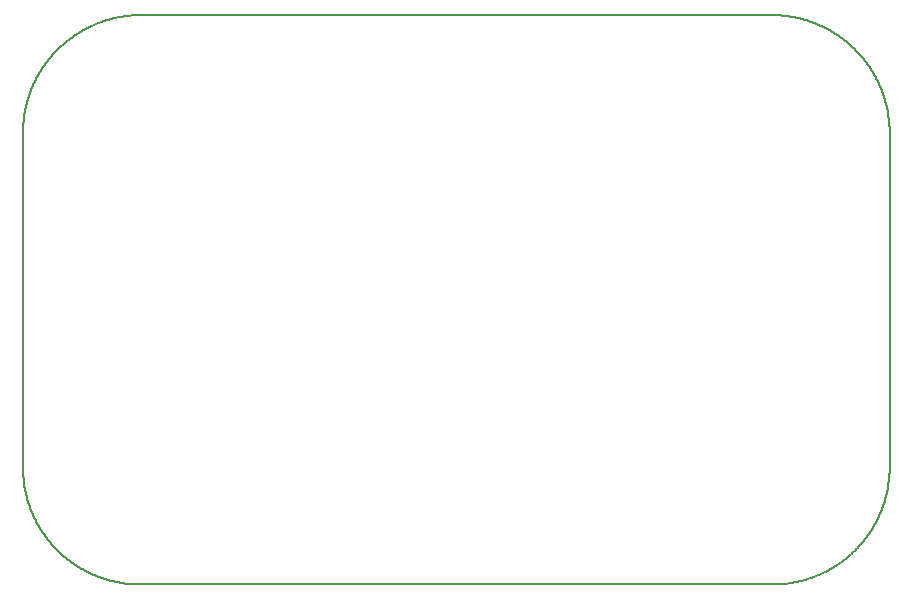
<source format=gm1>
G04 MADE WITH FRITZING*
G04 WWW.FRITZING.ORG*
G04 DOUBLE SIDED*
G04 HOLES PLATED*
G04 CONTOUR ON CENTER OF CONTOUR VECTOR*
%ASAXBY*%
%FSLAX23Y23*%
%MOIN*%
%OFA0B0*%
%SFA1.0B1.0*%
%ADD10C,0.008*%
%LNCONTOUR*%
G90*
G70*
G54D10*
X373Y1900D02*
X374Y1900D01*
X375Y1900D01*
X376Y1900D01*
X377Y1900D01*
X378Y1900D01*
X379Y1900D01*
X380Y1900D01*
X381Y1900D01*
X382Y1900D01*
X383Y1900D01*
X384Y1900D01*
X385Y1900D01*
X386Y1900D01*
X387Y1900D01*
X388Y1900D01*
X389Y1900D01*
X390Y1900D01*
X391Y1900D01*
X392Y1900D01*
X393Y1900D01*
X394Y1900D01*
X395Y1900D01*
X396Y1900D01*
X397Y1900D01*
X398Y1900D01*
X399Y1900D01*
X400Y1900D01*
X401Y1900D01*
X402Y1900D01*
X403Y1900D01*
X404Y1900D01*
X405Y1900D01*
X406Y1900D01*
X407Y1900D01*
X408Y1900D01*
X409Y1900D01*
X410Y1900D01*
X411Y1900D01*
X412Y1900D01*
X413Y1900D01*
X414Y1900D01*
X415Y1900D01*
X416Y1900D01*
X417Y1900D01*
X418Y1900D01*
X419Y1900D01*
X420Y1900D01*
X421Y1900D01*
X422Y1900D01*
X423Y1900D01*
X424Y1900D01*
X425Y1900D01*
X426Y1900D01*
X427Y1900D01*
X428Y1900D01*
X429Y1900D01*
X430Y1900D01*
X431Y1900D01*
X432Y1900D01*
X433Y1900D01*
X434Y1900D01*
X435Y1900D01*
X436Y1900D01*
X437Y1900D01*
X438Y1900D01*
X439Y1900D01*
X440Y1900D01*
X441Y1900D01*
X442Y1900D01*
X443Y1900D01*
X444Y1900D01*
X445Y1900D01*
X446Y1900D01*
X447Y1900D01*
X448Y1900D01*
X449Y1900D01*
X450Y1900D01*
X451Y1900D01*
X452Y1900D01*
X453Y1900D01*
X454Y1900D01*
X455Y1900D01*
X456Y1900D01*
X457Y1900D01*
X458Y1900D01*
X459Y1900D01*
X460Y1900D01*
X461Y1900D01*
X462Y1900D01*
X463Y1900D01*
X464Y1900D01*
X465Y1900D01*
X466Y1900D01*
X467Y1900D01*
X468Y1900D01*
X469Y1900D01*
X470Y1900D01*
X471Y1900D01*
X472Y1900D01*
X473Y1900D01*
X474Y1900D01*
X475Y1900D01*
X476Y1900D01*
X477Y1900D01*
X478Y1900D01*
X479Y1900D01*
X480Y1900D01*
X481Y1900D01*
X482Y1900D01*
X483Y1900D01*
X484Y1900D01*
X485Y1900D01*
X486Y1900D01*
X487Y1900D01*
X488Y1900D01*
X489Y1900D01*
X490Y1900D01*
X491Y1900D01*
X492Y1900D01*
X493Y1900D01*
X494Y1900D01*
X495Y1900D01*
X496Y1900D01*
X497Y1900D01*
X498Y1900D01*
X499Y1900D01*
X500Y1900D01*
X501Y1900D01*
X502Y1900D01*
X503Y1900D01*
X504Y1900D01*
X505Y1900D01*
X506Y1900D01*
X507Y1900D01*
X508Y1900D01*
X509Y1900D01*
X510Y1900D01*
X511Y1900D01*
X512Y1900D01*
X513Y1900D01*
X514Y1900D01*
X515Y1900D01*
X516Y1900D01*
X517Y1900D01*
X518Y1900D01*
X519Y1900D01*
X520Y1900D01*
X521Y1900D01*
X522Y1900D01*
X523Y1900D01*
X524Y1900D01*
X525Y1900D01*
X526Y1900D01*
X527Y1900D01*
X528Y1900D01*
X529Y1900D01*
X530Y1900D01*
X531Y1900D01*
X532Y1900D01*
X533Y1900D01*
X534Y1900D01*
X535Y1900D01*
X536Y1900D01*
X537Y1900D01*
X538Y1900D01*
X539Y1900D01*
X540Y1900D01*
X541Y1900D01*
X542Y1900D01*
X543Y1900D01*
X544Y1900D01*
X545Y1900D01*
X546Y1900D01*
X547Y1900D01*
X548Y1900D01*
X549Y1900D01*
X550Y1900D01*
X551Y1900D01*
X552Y1900D01*
X553Y1900D01*
X554Y1900D01*
X555Y1900D01*
X556Y1900D01*
X557Y1900D01*
X558Y1900D01*
X559Y1900D01*
X560Y1900D01*
X561Y1900D01*
X562Y1900D01*
X563Y1900D01*
X564Y1900D01*
X565Y1900D01*
X566Y1900D01*
X567Y1900D01*
X568Y1900D01*
X569Y1900D01*
X570Y1900D01*
X571Y1900D01*
X572Y1900D01*
X573Y1900D01*
X574Y1900D01*
X575Y1900D01*
X576Y1900D01*
X577Y1900D01*
X578Y1900D01*
X579Y1900D01*
X580Y1900D01*
X581Y1900D01*
X582Y1900D01*
X583Y1900D01*
X584Y1900D01*
X585Y1900D01*
X586Y1900D01*
X587Y1900D01*
X588Y1900D01*
X589Y1900D01*
X590Y1900D01*
X591Y1900D01*
X592Y1900D01*
X593Y1900D01*
X594Y1900D01*
X595Y1900D01*
X596Y1900D01*
X597Y1900D01*
X598Y1900D01*
X599Y1900D01*
X600Y1900D01*
X601Y1900D01*
X602Y1900D01*
X603Y1900D01*
X604Y1900D01*
X605Y1900D01*
X606Y1900D01*
X607Y1900D01*
X608Y1900D01*
X609Y1900D01*
X610Y1900D01*
X611Y1900D01*
X612Y1900D01*
X613Y1900D01*
X614Y1900D01*
X615Y1900D01*
X616Y1900D01*
X617Y1900D01*
X618Y1900D01*
X619Y1900D01*
X620Y1900D01*
X621Y1900D01*
X622Y1900D01*
X623Y1900D01*
X624Y1900D01*
X625Y1900D01*
X626Y1900D01*
X627Y1900D01*
X628Y1900D01*
X629Y1900D01*
X630Y1900D01*
X631Y1900D01*
X632Y1900D01*
X633Y1900D01*
X634Y1900D01*
X635Y1900D01*
X636Y1900D01*
X637Y1900D01*
X638Y1900D01*
X639Y1900D01*
X640Y1900D01*
X641Y1900D01*
X642Y1900D01*
X643Y1900D01*
X644Y1900D01*
X645Y1900D01*
X646Y1900D01*
X647Y1900D01*
X648Y1900D01*
X649Y1900D01*
X650Y1900D01*
X651Y1900D01*
X652Y1900D01*
X653Y1900D01*
X654Y1900D01*
X655Y1900D01*
X656Y1900D01*
X657Y1900D01*
X658Y1900D01*
X659Y1900D01*
X660Y1900D01*
X661Y1900D01*
X662Y1900D01*
X663Y1900D01*
X664Y1900D01*
X665Y1900D01*
X666Y1900D01*
X667Y1900D01*
X668Y1900D01*
X669Y1900D01*
X670Y1900D01*
X671Y1900D01*
X672Y1900D01*
X673Y1900D01*
X674Y1900D01*
X675Y1900D01*
X676Y1900D01*
X677Y1900D01*
X678Y1900D01*
X679Y1900D01*
X680Y1900D01*
X681Y1900D01*
X682Y1900D01*
X683Y1900D01*
X684Y1900D01*
X685Y1900D01*
X686Y1900D01*
X687Y1900D01*
X688Y1900D01*
X689Y1900D01*
X690Y1900D01*
X691Y1900D01*
X692Y1900D01*
X693Y1900D01*
X694Y1900D01*
X695Y1900D01*
X696Y1900D01*
X697Y1900D01*
X698Y1900D01*
X699Y1900D01*
X700Y1900D01*
X701Y1900D01*
X702Y1900D01*
X703Y1900D01*
X704Y1900D01*
X705Y1900D01*
X706Y1900D01*
X707Y1900D01*
X708Y1900D01*
X709Y1900D01*
X710Y1900D01*
X711Y1900D01*
X712Y1900D01*
X713Y1900D01*
X714Y1900D01*
X715Y1900D01*
X716Y1900D01*
X717Y1900D01*
X718Y1900D01*
X719Y1900D01*
X720Y1900D01*
X721Y1900D01*
X722Y1900D01*
X723Y1900D01*
X724Y1900D01*
X725Y1900D01*
X726Y1900D01*
X727Y1900D01*
X728Y1900D01*
X729Y1900D01*
X730Y1900D01*
X731Y1900D01*
X732Y1900D01*
X733Y1900D01*
X734Y1900D01*
X735Y1900D01*
X736Y1900D01*
X737Y1900D01*
X738Y1900D01*
X739Y1900D01*
X740Y1900D01*
X741Y1900D01*
X742Y1900D01*
X743Y1900D01*
X744Y1900D01*
X745Y1900D01*
X746Y1900D01*
X747Y1900D01*
X748Y1900D01*
X749Y1900D01*
X750Y1900D01*
X751Y1900D01*
X752Y1900D01*
X753Y1900D01*
X754Y1900D01*
X755Y1900D01*
X756Y1900D01*
X757Y1900D01*
X758Y1900D01*
X759Y1900D01*
X760Y1900D01*
X761Y1900D01*
X762Y1900D01*
X763Y1900D01*
X764Y1900D01*
X765Y1900D01*
X766Y1900D01*
X767Y1900D01*
X768Y1900D01*
X769Y1900D01*
X770Y1900D01*
X771Y1900D01*
X772Y1900D01*
X773Y1900D01*
X774Y1900D01*
X775Y1900D01*
X776Y1900D01*
X777Y1900D01*
X778Y1900D01*
X779Y1900D01*
X780Y1900D01*
X781Y1900D01*
X782Y1900D01*
X783Y1900D01*
X784Y1900D01*
X785Y1900D01*
X786Y1900D01*
X787Y1900D01*
X788Y1900D01*
X789Y1900D01*
X790Y1900D01*
X791Y1900D01*
X792Y1900D01*
X793Y1900D01*
X794Y1900D01*
X795Y1900D01*
X796Y1900D01*
X797Y1900D01*
X798Y1900D01*
X799Y1900D01*
X800Y1900D01*
X801Y1900D01*
X802Y1900D01*
X803Y1900D01*
X804Y1900D01*
X805Y1900D01*
X806Y1900D01*
X807Y1900D01*
X808Y1900D01*
X809Y1900D01*
X810Y1900D01*
X811Y1900D01*
X812Y1900D01*
X813Y1900D01*
X814Y1900D01*
X815Y1900D01*
X816Y1900D01*
X817Y1900D01*
X818Y1900D01*
X819Y1900D01*
X820Y1900D01*
X821Y1900D01*
X822Y1900D01*
X823Y1900D01*
X824Y1900D01*
X825Y1900D01*
X826Y1900D01*
X827Y1900D01*
X828Y1900D01*
X829Y1900D01*
X830Y1900D01*
X831Y1900D01*
X832Y1900D01*
X833Y1900D01*
X834Y1900D01*
X835Y1900D01*
X836Y1900D01*
X837Y1900D01*
X838Y1900D01*
X839Y1900D01*
X840Y1900D01*
X841Y1900D01*
X842Y1900D01*
X843Y1900D01*
X844Y1900D01*
X845Y1900D01*
X846Y1900D01*
X847Y1900D01*
X848Y1900D01*
X849Y1900D01*
X850Y1900D01*
X851Y1900D01*
X852Y1900D01*
X853Y1900D01*
X854Y1900D01*
X855Y1900D01*
X856Y1900D01*
X857Y1900D01*
X858Y1900D01*
X859Y1900D01*
X860Y1900D01*
X861Y1900D01*
X862Y1900D01*
X863Y1900D01*
X864Y1900D01*
X865Y1900D01*
X866Y1900D01*
X867Y1900D01*
X868Y1900D01*
X869Y1900D01*
X870Y1900D01*
X871Y1900D01*
X872Y1900D01*
X873Y1900D01*
X874Y1900D01*
X875Y1900D01*
X876Y1900D01*
X877Y1900D01*
X878Y1900D01*
X879Y1900D01*
X880Y1900D01*
X881Y1900D01*
X882Y1900D01*
X883Y1900D01*
X884Y1900D01*
X885Y1900D01*
X886Y1900D01*
X887Y1900D01*
X888Y1900D01*
X889Y1900D01*
X890Y1900D01*
X891Y1900D01*
X892Y1900D01*
X893Y1900D01*
X894Y1900D01*
X895Y1900D01*
X896Y1900D01*
X897Y1900D01*
X898Y1900D01*
X899Y1900D01*
X900Y1900D01*
X901Y1900D01*
X902Y1900D01*
X903Y1900D01*
X904Y1900D01*
X905Y1900D01*
X906Y1900D01*
X907Y1900D01*
X908Y1900D01*
X909Y1900D01*
X910Y1900D01*
X911Y1900D01*
X912Y1900D01*
X913Y1900D01*
X914Y1900D01*
X915Y1900D01*
X916Y1900D01*
X917Y1900D01*
X918Y1900D01*
X919Y1900D01*
X920Y1900D01*
X921Y1900D01*
X922Y1900D01*
X923Y1900D01*
X924Y1900D01*
X925Y1900D01*
X926Y1900D01*
X927Y1900D01*
X928Y1900D01*
X929Y1900D01*
X930Y1900D01*
X931Y1900D01*
X932Y1900D01*
X933Y1900D01*
X934Y1900D01*
X935Y1900D01*
X936Y1900D01*
X937Y1900D01*
X938Y1900D01*
X939Y1900D01*
X940Y1900D01*
X941Y1900D01*
X942Y1900D01*
X943Y1900D01*
X944Y1900D01*
X945Y1900D01*
X946Y1900D01*
X947Y1900D01*
X948Y1900D01*
X949Y1900D01*
X950Y1900D01*
X951Y1900D01*
X952Y1900D01*
X953Y1900D01*
X954Y1900D01*
X955Y1900D01*
X956Y1900D01*
X957Y1900D01*
X958Y1900D01*
X959Y1900D01*
X960Y1900D01*
X961Y1900D01*
X962Y1900D01*
X963Y1900D01*
X964Y1900D01*
X965Y1900D01*
X966Y1900D01*
X967Y1900D01*
X968Y1900D01*
X969Y1900D01*
X970Y1900D01*
X971Y1900D01*
X972Y1900D01*
X973Y1900D01*
X974Y1900D01*
X975Y1900D01*
X976Y1900D01*
X977Y1900D01*
X978Y1900D01*
X979Y1900D01*
X980Y1900D01*
X981Y1900D01*
X982Y1900D01*
X983Y1900D01*
X984Y1900D01*
X985Y1900D01*
X986Y1900D01*
X987Y1900D01*
X988Y1900D01*
X989Y1900D01*
X990Y1900D01*
X991Y1900D01*
X992Y1900D01*
X993Y1900D01*
X994Y1900D01*
X995Y1900D01*
X996Y1900D01*
X997Y1900D01*
X998Y1900D01*
X999Y1900D01*
X1000Y1900D01*
X1001Y1900D01*
X1002Y1900D01*
X1003Y1900D01*
X1004Y1900D01*
X1005Y1900D01*
X1006Y1900D01*
X1007Y1900D01*
X1008Y1900D01*
X1009Y1900D01*
X1010Y1900D01*
X1011Y1900D01*
X1012Y1900D01*
X1013Y1900D01*
X1014Y1900D01*
X1015Y1900D01*
X1016Y1900D01*
X1017Y1900D01*
X1018Y1900D01*
X1019Y1900D01*
X1020Y1900D01*
X1021Y1900D01*
X1022Y1900D01*
X1023Y1900D01*
X1024Y1900D01*
X1025Y1900D01*
X1026Y1900D01*
X1027Y1900D01*
X1028Y1900D01*
X1029Y1900D01*
X1030Y1900D01*
X1031Y1900D01*
X1032Y1900D01*
X1033Y1900D01*
X1034Y1900D01*
X1035Y1900D01*
X1036Y1900D01*
X1037Y1900D01*
X1038Y1900D01*
X1039Y1900D01*
X1040Y1900D01*
X1041Y1900D01*
X1042Y1900D01*
X1043Y1900D01*
X1044Y1900D01*
X1045Y1900D01*
X1046Y1900D01*
X1047Y1900D01*
X1048Y1900D01*
X1049Y1900D01*
X1050Y1900D01*
X1051Y1900D01*
X1052Y1900D01*
X1053Y1900D01*
X1054Y1900D01*
X1055Y1900D01*
X1056Y1900D01*
X1057Y1900D01*
X1058Y1900D01*
X1059Y1900D01*
X1060Y1900D01*
X1061Y1900D01*
X1062Y1900D01*
X1063Y1900D01*
X1064Y1900D01*
X1065Y1900D01*
X1066Y1900D01*
X1067Y1900D01*
X1068Y1900D01*
X1069Y1900D01*
X1070Y1900D01*
X1071Y1900D01*
X1072Y1900D01*
X1073Y1900D01*
X1074Y1900D01*
X1075Y1900D01*
X1076Y1900D01*
X1077Y1900D01*
X1078Y1900D01*
X1079Y1900D01*
X1080Y1900D01*
X1081Y1900D01*
X1082Y1900D01*
X1083Y1900D01*
X1084Y1900D01*
X1085Y1900D01*
X1086Y1900D01*
X1087Y1900D01*
X1088Y1900D01*
X1089Y1900D01*
X1090Y1900D01*
X1091Y1900D01*
X1092Y1900D01*
X1093Y1900D01*
X1094Y1900D01*
X1095Y1900D01*
X1096Y1900D01*
X1097Y1900D01*
X1098Y1900D01*
X1099Y1900D01*
X1100Y1900D01*
X1101Y1900D01*
X1102Y1900D01*
X1103Y1900D01*
X1104Y1900D01*
X1105Y1900D01*
X1106Y1900D01*
X1107Y1900D01*
X1108Y1900D01*
X1109Y1900D01*
X1110Y1900D01*
X1111Y1900D01*
X1112Y1900D01*
X1113Y1900D01*
X1114Y1900D01*
X1115Y1900D01*
X1116Y1900D01*
X1117Y1900D01*
X1118Y1900D01*
X1119Y1900D01*
X1120Y1900D01*
X1121Y1900D01*
X1122Y1900D01*
X1123Y1900D01*
X1124Y1900D01*
X1125Y1900D01*
X1126Y1900D01*
X1127Y1900D01*
X1128Y1900D01*
X1129Y1900D01*
X1130Y1900D01*
X1131Y1900D01*
X1132Y1900D01*
X1133Y1900D01*
X1134Y1900D01*
X1135Y1900D01*
X1136Y1900D01*
X1137Y1900D01*
X1138Y1900D01*
X1139Y1900D01*
X1140Y1900D01*
X1141Y1900D01*
X1142Y1900D01*
X1143Y1900D01*
X1144Y1900D01*
X1145Y1900D01*
X1146Y1900D01*
X1147Y1900D01*
X1148Y1900D01*
X1149Y1900D01*
X1150Y1900D01*
X1151Y1900D01*
X1152Y1900D01*
X1153Y1900D01*
X1154Y1900D01*
X1155Y1900D01*
X1156Y1900D01*
X1157Y1900D01*
X1158Y1900D01*
X1159Y1900D01*
X1160Y1900D01*
X1161Y1900D01*
X1162Y1900D01*
X1163Y1900D01*
X1164Y1900D01*
X1165Y1900D01*
X1166Y1900D01*
X1167Y1900D01*
X1168Y1900D01*
X1169Y1900D01*
X1170Y1900D01*
X1171Y1900D01*
X1172Y1900D01*
X1173Y1900D01*
X1174Y1900D01*
X1175Y1900D01*
X1176Y1900D01*
X1177Y1900D01*
X1178Y1900D01*
X1179Y1900D01*
X1180Y1900D01*
X1181Y1900D01*
X1182Y1900D01*
X1183Y1900D01*
X1184Y1900D01*
X1185Y1900D01*
X1186Y1900D01*
X1187Y1900D01*
X1188Y1900D01*
X1189Y1900D01*
X1190Y1900D01*
X1191Y1900D01*
X1192Y1900D01*
X1193Y1900D01*
X1194Y1900D01*
X1195Y1900D01*
X1196Y1900D01*
X1197Y1900D01*
X1198Y1900D01*
X1199Y1900D01*
X1200Y1900D01*
X1201Y1900D01*
X1202Y1900D01*
X1203Y1900D01*
X1204Y1900D01*
X1205Y1900D01*
X1206Y1900D01*
X1207Y1900D01*
X1208Y1900D01*
X1209Y1900D01*
X1210Y1900D01*
X1211Y1900D01*
X1212Y1900D01*
X1213Y1900D01*
X1214Y1900D01*
X1215Y1900D01*
X1216Y1900D01*
X1217Y1900D01*
X1218Y1900D01*
X1219Y1900D01*
X1220Y1900D01*
X1221Y1900D01*
X1222Y1900D01*
X1223Y1900D01*
X1224Y1900D01*
X1225Y1900D01*
X1226Y1900D01*
X1227Y1900D01*
X1228Y1900D01*
X1229Y1900D01*
X1230Y1900D01*
X1231Y1900D01*
X1232Y1900D01*
X1233Y1900D01*
X1234Y1900D01*
X1235Y1900D01*
X1236Y1900D01*
X1237Y1900D01*
X1238Y1900D01*
X1239Y1900D01*
X1240Y1900D01*
X1241Y1900D01*
X1242Y1900D01*
X1243Y1900D01*
X1244Y1900D01*
X1245Y1900D01*
X1246Y1900D01*
X1247Y1900D01*
X1248Y1900D01*
X1249Y1900D01*
X1250Y1900D01*
X1251Y1900D01*
X1252Y1900D01*
X1253Y1900D01*
X1254Y1900D01*
X1255Y1900D01*
X1256Y1900D01*
X1257Y1900D01*
X1258Y1900D01*
X1259Y1900D01*
X1260Y1900D01*
X1261Y1900D01*
X1262Y1900D01*
X1263Y1900D01*
X1264Y1900D01*
X1265Y1900D01*
X1266Y1900D01*
X1267Y1900D01*
X1268Y1900D01*
X1269Y1900D01*
X1270Y1900D01*
X1271Y1900D01*
X1272Y1900D01*
X1273Y1900D01*
X1274Y1900D01*
X1275Y1900D01*
X1276Y1900D01*
X1277Y1900D01*
X1278Y1900D01*
X1279Y1900D01*
X1280Y1900D01*
X1281Y1900D01*
X1282Y1900D01*
X1283Y1900D01*
X1284Y1900D01*
X1285Y1900D01*
X1286Y1900D01*
X1287Y1900D01*
X1288Y1900D01*
X1289Y1900D01*
X1290Y1900D01*
X1291Y1900D01*
X1292Y1900D01*
X1293Y1900D01*
X1294Y1900D01*
X1295Y1900D01*
X1296Y1900D01*
X1297Y1900D01*
X1298Y1900D01*
X1299Y1900D01*
X1300Y1900D01*
X1301Y1900D01*
X1302Y1900D01*
X1303Y1900D01*
X1304Y1900D01*
X1305Y1900D01*
X1306Y1900D01*
X1307Y1900D01*
X1308Y1900D01*
X1309Y1900D01*
X1310Y1900D01*
X1311Y1900D01*
X1312Y1900D01*
X1313Y1900D01*
X1314Y1900D01*
X1315Y1900D01*
X1316Y1900D01*
X1317Y1900D01*
X1318Y1900D01*
X1319Y1900D01*
X1320Y1900D01*
X1321Y1900D01*
X1322Y1900D01*
X1323Y1900D01*
X1324Y1900D01*
X1325Y1900D01*
X1326Y1900D01*
X1327Y1900D01*
X1328Y1900D01*
X1329Y1900D01*
X1330Y1900D01*
X1331Y1900D01*
X1332Y1900D01*
X1333Y1900D01*
X1334Y1900D01*
X1335Y1900D01*
X1336Y1900D01*
X1337Y1900D01*
X1338Y1900D01*
X1339Y1900D01*
X1340Y1900D01*
X1341Y1900D01*
X1342Y1900D01*
X1343Y1900D01*
X1344Y1900D01*
X1345Y1900D01*
X1346Y1900D01*
X1347Y1900D01*
X1348Y1900D01*
X1349Y1900D01*
X1350Y1900D01*
X1351Y1900D01*
X1352Y1900D01*
X1353Y1900D01*
X1354Y1900D01*
X1355Y1900D01*
X1356Y1900D01*
X1357Y1900D01*
X1358Y1900D01*
X1359Y1900D01*
X1360Y1900D01*
X1361Y1900D01*
X1362Y1900D01*
X1363Y1900D01*
X1364Y1900D01*
X1365Y1900D01*
X1366Y1900D01*
X1367Y1900D01*
X1368Y1900D01*
X1369Y1900D01*
X1370Y1900D01*
X1371Y1900D01*
X1372Y1900D01*
X1373Y1900D01*
X1374Y1900D01*
X1375Y1900D01*
X1376Y1900D01*
X1377Y1900D01*
X1378Y1900D01*
X1379Y1900D01*
X1380Y1900D01*
X1381Y1900D01*
X1382Y1900D01*
X1383Y1900D01*
X1384Y1900D01*
X1385Y1900D01*
X1386Y1900D01*
X1387Y1900D01*
X1388Y1900D01*
X1389Y1900D01*
X1390Y1900D01*
X1391Y1900D01*
X1392Y1900D01*
X1393Y1900D01*
X1394Y1900D01*
X1395Y1900D01*
X1396Y1900D01*
X1397Y1900D01*
X1398Y1900D01*
X1399Y1900D01*
X1400Y1900D01*
X1401Y1900D01*
X1402Y1900D01*
X1403Y1900D01*
X1404Y1900D01*
X1405Y1900D01*
X1406Y1900D01*
X1407Y1900D01*
X1408Y1900D01*
X1409Y1900D01*
X1410Y1900D01*
X1411Y1900D01*
X1412Y1900D01*
X1413Y1900D01*
X1414Y1900D01*
X1415Y1900D01*
X1416Y1900D01*
X1417Y1900D01*
X1418Y1900D01*
X1419Y1900D01*
X1420Y1900D01*
X1421Y1900D01*
X1422Y1900D01*
X1423Y1900D01*
X1424Y1900D01*
X1425Y1900D01*
X1426Y1900D01*
X1427Y1900D01*
X1428Y1900D01*
X1429Y1900D01*
X1430Y1900D01*
X1431Y1900D01*
X1432Y1900D01*
X1433Y1900D01*
X1434Y1900D01*
X1435Y1900D01*
X1436Y1900D01*
X1437Y1900D01*
X1438Y1900D01*
X1439Y1900D01*
X1440Y1900D01*
X1441Y1900D01*
X1442Y1900D01*
X1443Y1900D01*
X1444Y1900D01*
X1445Y1900D01*
X1446Y1900D01*
X1447Y1900D01*
X1448Y1900D01*
X1449Y1900D01*
X1450Y1900D01*
X1451Y1900D01*
X1452Y1900D01*
X1453Y1900D01*
X1454Y1900D01*
X1455Y1900D01*
X1456Y1900D01*
X1457Y1900D01*
X1458Y1900D01*
X1459Y1900D01*
X1460Y1900D01*
X1461Y1900D01*
X1462Y1900D01*
X1463Y1900D01*
X1464Y1900D01*
X1465Y1900D01*
X1466Y1900D01*
X1467Y1900D01*
X1468Y1900D01*
X1469Y1900D01*
X1470Y1900D01*
X1471Y1900D01*
X1472Y1900D01*
X1473Y1900D01*
X1474Y1900D01*
X1475Y1900D01*
X1476Y1900D01*
X1477Y1900D01*
X1478Y1900D01*
X1479Y1900D01*
X1480Y1900D01*
X1481Y1900D01*
X1482Y1900D01*
X1483Y1900D01*
X1484Y1900D01*
X1485Y1900D01*
X1486Y1900D01*
X1487Y1900D01*
X1488Y1900D01*
X1489Y1900D01*
X1490Y1900D01*
X1491Y1900D01*
X1492Y1900D01*
X1493Y1900D01*
X1494Y1900D01*
X1495Y1900D01*
X1496Y1900D01*
X1497Y1900D01*
X1498Y1900D01*
X1499Y1900D01*
X1500Y1900D01*
X1501Y1900D01*
X1502Y1900D01*
X1503Y1900D01*
X1504Y1900D01*
X1505Y1900D01*
X1506Y1900D01*
X1507Y1900D01*
X1508Y1900D01*
X1509Y1900D01*
X1510Y1900D01*
X1511Y1900D01*
X1512Y1900D01*
X1513Y1900D01*
X1514Y1900D01*
X1515Y1900D01*
X1516Y1900D01*
X1517Y1900D01*
X1518Y1900D01*
X1519Y1900D01*
X1520Y1900D01*
X1521Y1900D01*
X1522Y1900D01*
X1523Y1900D01*
X1524Y1900D01*
X1525Y1900D01*
X1526Y1900D01*
X1527Y1900D01*
X1528Y1900D01*
X1529Y1900D01*
X1530Y1900D01*
X1531Y1900D01*
X1532Y1900D01*
X1533Y1900D01*
X1534Y1900D01*
X1535Y1900D01*
X1536Y1900D01*
X1537Y1900D01*
X1538Y1900D01*
X1539Y1900D01*
X1540Y1900D01*
X1541Y1900D01*
X1542Y1900D01*
X1543Y1900D01*
X1544Y1900D01*
X1545Y1900D01*
X1546Y1900D01*
X1547Y1900D01*
X1548Y1900D01*
X1549Y1900D01*
X1550Y1900D01*
X1551Y1900D01*
X1552Y1900D01*
X1553Y1900D01*
X1554Y1900D01*
X1555Y1900D01*
X1556Y1900D01*
X1557Y1900D01*
X1558Y1900D01*
X1559Y1900D01*
X1560Y1900D01*
X1561Y1900D01*
X1562Y1900D01*
X1563Y1900D01*
X1564Y1900D01*
X1565Y1900D01*
X1566Y1900D01*
X1567Y1900D01*
X1568Y1900D01*
X1569Y1900D01*
X1570Y1900D01*
X1571Y1900D01*
X1572Y1900D01*
X1573Y1900D01*
X1574Y1900D01*
X1575Y1900D01*
X1576Y1900D01*
X1577Y1900D01*
X1578Y1900D01*
X1579Y1900D01*
X1580Y1900D01*
X1581Y1900D01*
X1582Y1900D01*
X1583Y1900D01*
X1584Y1900D01*
X1585Y1900D01*
X1586Y1900D01*
X1587Y1900D01*
X1588Y1900D01*
X1589Y1900D01*
X1590Y1900D01*
X1591Y1900D01*
X1592Y1900D01*
X1593Y1900D01*
X1594Y1900D01*
X1595Y1900D01*
X1596Y1900D01*
X1597Y1900D01*
X1598Y1900D01*
X1599Y1900D01*
X1600Y1900D01*
X1601Y1900D01*
X1602Y1900D01*
X1603Y1900D01*
X1604Y1900D01*
X1605Y1900D01*
X1606Y1900D01*
X1607Y1900D01*
X1608Y1900D01*
X1609Y1900D01*
X1610Y1900D01*
X1611Y1900D01*
X1612Y1900D01*
X1613Y1900D01*
X1614Y1900D01*
X1615Y1900D01*
X1616Y1900D01*
X1617Y1900D01*
X1618Y1900D01*
X1619Y1900D01*
X1620Y1900D01*
X1621Y1900D01*
X1622Y1900D01*
X1623Y1900D01*
X1624Y1900D01*
X1625Y1900D01*
X1626Y1900D01*
X1627Y1900D01*
X1628Y1900D01*
X1629Y1900D01*
X1630Y1900D01*
X1631Y1900D01*
X1632Y1900D01*
X1633Y1900D01*
X1634Y1900D01*
X1635Y1900D01*
X1636Y1900D01*
X1637Y1900D01*
X1638Y1900D01*
X1639Y1900D01*
X1640Y1900D01*
X1641Y1900D01*
X1642Y1900D01*
X1643Y1900D01*
X1644Y1900D01*
X1645Y1900D01*
X1646Y1900D01*
X1647Y1900D01*
X1648Y1900D01*
X1649Y1900D01*
X1650Y1900D01*
X1651Y1900D01*
X1652Y1900D01*
X1653Y1900D01*
X1654Y1900D01*
X1655Y1900D01*
X1656Y1900D01*
X1657Y1900D01*
X1658Y1900D01*
X1659Y1900D01*
X1660Y1900D01*
X1661Y1900D01*
X1662Y1900D01*
X1663Y1900D01*
X1664Y1900D01*
X1665Y1900D01*
X1666Y1900D01*
X1667Y1900D01*
X1668Y1900D01*
X1669Y1900D01*
X1670Y1900D01*
X1671Y1900D01*
X1672Y1900D01*
X1673Y1900D01*
X1674Y1900D01*
X1675Y1900D01*
X1676Y1900D01*
X1677Y1900D01*
X1678Y1900D01*
X1679Y1900D01*
X1680Y1900D01*
X1681Y1900D01*
X1682Y1900D01*
X1683Y1900D01*
X1684Y1900D01*
X1685Y1900D01*
X1686Y1900D01*
X1687Y1900D01*
X1688Y1900D01*
X1689Y1900D01*
X1690Y1900D01*
X1691Y1900D01*
X1692Y1900D01*
X1693Y1900D01*
X1694Y1900D01*
X1695Y1900D01*
X1696Y1900D01*
X1697Y1900D01*
X1698Y1900D01*
X1699Y1900D01*
X1700Y1900D01*
X1701Y1900D01*
X1702Y1900D01*
X1703Y1900D01*
X1704Y1900D01*
X1705Y1900D01*
X1706Y1900D01*
X1707Y1900D01*
X1708Y1900D01*
X1709Y1900D01*
X1710Y1900D01*
X1711Y1900D01*
X1712Y1900D01*
X1713Y1900D01*
X1714Y1900D01*
X1715Y1900D01*
X1716Y1900D01*
X1717Y1900D01*
X1718Y1900D01*
X1719Y1900D01*
X1720Y1900D01*
X1721Y1900D01*
X1722Y1900D01*
X1723Y1900D01*
X1724Y1900D01*
X1725Y1900D01*
X1726Y1900D01*
X1727Y1900D01*
X1728Y1900D01*
X1729Y1900D01*
X1730Y1900D01*
X1731Y1900D01*
X1732Y1900D01*
X1733Y1900D01*
X1734Y1900D01*
X1735Y1900D01*
X1736Y1900D01*
X1737Y1900D01*
X1738Y1900D01*
X1739Y1900D01*
X1740Y1900D01*
X1741Y1900D01*
X1742Y1900D01*
X1743Y1900D01*
X1744Y1900D01*
X1745Y1900D01*
X1746Y1900D01*
X1747Y1900D01*
X1748Y1900D01*
X1749Y1900D01*
X1750Y1900D01*
X1751Y1900D01*
X1752Y1900D01*
X1753Y1900D01*
X1754Y1900D01*
X1755Y1900D01*
X1756Y1900D01*
X1757Y1900D01*
X1758Y1900D01*
X1759Y1900D01*
X1760Y1900D01*
X1761Y1900D01*
X1762Y1900D01*
X1763Y1900D01*
X1764Y1900D01*
X1765Y1900D01*
X1766Y1900D01*
X1767Y1900D01*
X1768Y1900D01*
X1769Y1900D01*
X1770Y1900D01*
X1771Y1900D01*
X1772Y1900D01*
X1773Y1900D01*
X1774Y1900D01*
X1775Y1900D01*
X1776Y1900D01*
X1777Y1900D01*
X1778Y1900D01*
X1779Y1900D01*
X1780Y1900D01*
X1781Y1900D01*
X1782Y1900D01*
X1783Y1900D01*
X1784Y1900D01*
X1785Y1900D01*
X1786Y1900D01*
X1787Y1900D01*
X1788Y1900D01*
X1789Y1900D01*
X1790Y1900D01*
X1791Y1900D01*
X1792Y1900D01*
X1793Y1900D01*
X1794Y1900D01*
X1795Y1900D01*
X1796Y1900D01*
X1797Y1900D01*
X1798Y1900D01*
X1799Y1900D01*
X1800Y1900D01*
X1801Y1900D01*
X1802Y1900D01*
X1803Y1900D01*
X1804Y1900D01*
X1805Y1900D01*
X1806Y1900D01*
X1807Y1900D01*
X1808Y1900D01*
X1809Y1900D01*
X1810Y1900D01*
X1811Y1900D01*
X1812Y1900D01*
X1813Y1900D01*
X1814Y1900D01*
X1815Y1900D01*
X1816Y1900D01*
X1817Y1900D01*
X1818Y1900D01*
X1819Y1900D01*
X1820Y1900D01*
X1821Y1900D01*
X1822Y1900D01*
X1823Y1900D01*
X1824Y1900D01*
X1825Y1900D01*
X1826Y1900D01*
X1827Y1900D01*
X1828Y1900D01*
X1829Y1900D01*
X1830Y1900D01*
X1831Y1900D01*
X1832Y1900D01*
X1833Y1900D01*
X1834Y1900D01*
X1835Y1900D01*
X1836Y1900D01*
X1837Y1900D01*
X1838Y1900D01*
X1839Y1900D01*
X1840Y1900D01*
X1841Y1900D01*
X1842Y1900D01*
X1843Y1900D01*
X1844Y1900D01*
X1845Y1900D01*
X1846Y1900D01*
X1847Y1900D01*
X1848Y1900D01*
X1849Y1900D01*
X1850Y1900D01*
X1851Y1900D01*
X1852Y1900D01*
X1853Y1900D01*
X1854Y1900D01*
X1855Y1900D01*
X1856Y1900D01*
X1857Y1900D01*
X1858Y1900D01*
X1859Y1900D01*
X1860Y1900D01*
X1861Y1900D01*
X1862Y1900D01*
X1863Y1900D01*
X1864Y1900D01*
X1865Y1900D01*
X1866Y1900D01*
X1867Y1900D01*
X1868Y1900D01*
X1869Y1900D01*
X1870Y1900D01*
X1871Y1900D01*
X1872Y1900D01*
X1873Y1900D01*
X1874Y1900D01*
X1875Y1900D01*
X1876Y1900D01*
X1877Y1900D01*
X1878Y1900D01*
X1879Y1900D01*
X1880Y1900D01*
X1881Y1900D01*
X1882Y1900D01*
X1883Y1900D01*
X1884Y1900D01*
X1885Y1900D01*
X1886Y1900D01*
X1887Y1900D01*
X1888Y1900D01*
X1889Y1900D01*
X1890Y1900D01*
X1891Y1900D01*
X1892Y1900D01*
X1893Y1900D01*
X1894Y1900D01*
X1895Y1900D01*
X1896Y1900D01*
X1897Y1900D01*
X1898Y1900D01*
X1899Y1900D01*
X1900Y1900D01*
X1901Y1900D01*
X1902Y1900D01*
X1903Y1900D01*
X1904Y1900D01*
X1905Y1900D01*
X1906Y1900D01*
X1907Y1900D01*
X1908Y1900D01*
X1909Y1900D01*
X1910Y1900D01*
X1911Y1900D01*
X1912Y1900D01*
X1913Y1900D01*
X1914Y1900D01*
X1915Y1900D01*
X1916Y1900D01*
X1917Y1900D01*
X1918Y1900D01*
X1919Y1900D01*
X1920Y1900D01*
X1921Y1900D01*
X1922Y1900D01*
X1923Y1900D01*
X1924Y1900D01*
X1925Y1900D01*
X1926Y1900D01*
X1927Y1900D01*
X1928Y1900D01*
X1929Y1900D01*
X1930Y1900D01*
X1931Y1900D01*
X1932Y1900D01*
X1933Y1900D01*
X1934Y1900D01*
X1935Y1900D01*
X1936Y1900D01*
X1937Y1900D01*
X1938Y1900D01*
X1939Y1900D01*
X1940Y1900D01*
X1941Y1900D01*
X1942Y1900D01*
X1943Y1900D01*
X1944Y1900D01*
X1945Y1900D01*
X1946Y1900D01*
X1947Y1900D01*
X1948Y1900D01*
X1949Y1900D01*
X1950Y1900D01*
X1951Y1900D01*
X1952Y1900D01*
X1953Y1900D01*
X1954Y1900D01*
X1955Y1900D01*
X1956Y1900D01*
X1957Y1900D01*
X1958Y1900D01*
X1959Y1900D01*
X1960Y1900D01*
X1961Y1900D01*
X1962Y1900D01*
X1963Y1900D01*
X1964Y1900D01*
X1965Y1900D01*
X1966Y1900D01*
X1967Y1900D01*
X1968Y1900D01*
X1969Y1900D01*
X1970Y1900D01*
X1971Y1900D01*
X1972Y1900D01*
X1973Y1900D01*
X1974Y1900D01*
X1975Y1900D01*
X1976Y1900D01*
X1977Y1900D01*
X1978Y1900D01*
X1979Y1900D01*
X1980Y1900D01*
X1981Y1900D01*
X1982Y1900D01*
X1983Y1900D01*
X1984Y1900D01*
X1985Y1900D01*
X1986Y1900D01*
X1987Y1900D01*
X1988Y1900D01*
X1989Y1900D01*
X1990Y1900D01*
X1991Y1900D01*
X1992Y1900D01*
X1993Y1900D01*
X1994Y1900D01*
X1995Y1900D01*
X1996Y1900D01*
X1997Y1900D01*
X1998Y1900D01*
X1999Y1900D01*
X2000Y1900D01*
X2001Y1900D01*
X2002Y1900D01*
X2003Y1900D01*
X2004Y1900D01*
X2005Y1900D01*
X2006Y1900D01*
X2007Y1900D01*
X2008Y1900D01*
X2009Y1900D01*
X2010Y1900D01*
X2011Y1900D01*
X2012Y1900D01*
X2013Y1900D01*
X2014Y1900D01*
X2015Y1900D01*
X2016Y1900D01*
X2017Y1900D01*
X2018Y1900D01*
X2019Y1900D01*
X2020Y1900D01*
X2021Y1900D01*
X2022Y1900D01*
X2023Y1900D01*
X2024Y1900D01*
X2025Y1900D01*
X2026Y1900D01*
X2027Y1900D01*
X2028Y1900D01*
X2029Y1900D01*
X2030Y1900D01*
X2031Y1900D01*
X2032Y1900D01*
X2033Y1900D01*
X2034Y1900D01*
X2035Y1900D01*
X2036Y1900D01*
X2037Y1900D01*
X2038Y1900D01*
X2039Y1900D01*
X2040Y1900D01*
X2041Y1900D01*
X2042Y1900D01*
X2043Y1900D01*
X2044Y1900D01*
X2045Y1900D01*
X2046Y1900D01*
X2047Y1900D01*
X2048Y1900D01*
X2049Y1900D01*
X2050Y1900D01*
X2051Y1900D01*
X2052Y1900D01*
X2053Y1900D01*
X2054Y1900D01*
X2055Y1900D01*
X2056Y1900D01*
X2057Y1900D01*
X2058Y1900D01*
X2059Y1900D01*
X2060Y1900D01*
X2061Y1900D01*
X2062Y1900D01*
X2063Y1900D01*
X2064Y1900D01*
X2065Y1900D01*
X2066Y1900D01*
X2067Y1900D01*
X2068Y1900D01*
X2069Y1900D01*
X2070Y1900D01*
X2071Y1900D01*
X2072Y1900D01*
X2073Y1900D01*
X2074Y1900D01*
X2075Y1900D01*
X2076Y1900D01*
X2077Y1900D01*
X2078Y1900D01*
X2079Y1900D01*
X2080Y1900D01*
X2081Y1900D01*
X2082Y1900D01*
X2083Y1900D01*
X2084Y1900D01*
X2085Y1900D01*
X2086Y1900D01*
X2087Y1900D01*
X2088Y1900D01*
X2089Y1900D01*
X2090Y1900D01*
X2091Y1900D01*
X2092Y1900D01*
X2093Y1900D01*
X2094Y1900D01*
X2095Y1900D01*
X2096Y1900D01*
X2097Y1900D01*
X2098Y1900D01*
X2099Y1900D01*
X2100Y1900D01*
X2101Y1900D01*
X2102Y1900D01*
X2103Y1900D01*
X2104Y1900D01*
X2105Y1900D01*
X2106Y1900D01*
X2107Y1900D01*
X2108Y1900D01*
X2109Y1900D01*
X2110Y1900D01*
X2111Y1900D01*
X2112Y1900D01*
X2113Y1900D01*
X2114Y1900D01*
X2115Y1900D01*
X2116Y1900D01*
X2117Y1900D01*
X2118Y1900D01*
X2119Y1900D01*
X2120Y1900D01*
X2121Y1900D01*
X2122Y1900D01*
X2123Y1900D01*
X2124Y1900D01*
X2125Y1900D01*
X2126Y1900D01*
X2127Y1900D01*
X2128Y1900D01*
X2129Y1900D01*
X2130Y1900D01*
X2131Y1900D01*
X2132Y1900D01*
X2133Y1900D01*
X2134Y1900D01*
X2135Y1900D01*
X2136Y1900D01*
X2137Y1900D01*
X2138Y1900D01*
X2139Y1900D01*
X2140Y1900D01*
X2141Y1900D01*
X2142Y1900D01*
X2143Y1900D01*
X2144Y1900D01*
X2145Y1900D01*
X2146Y1900D01*
X2147Y1900D01*
X2148Y1900D01*
X2149Y1900D01*
X2150Y1900D01*
X2151Y1900D01*
X2152Y1900D01*
X2153Y1900D01*
X2154Y1900D01*
X2155Y1900D01*
X2156Y1900D01*
X2157Y1900D01*
X2158Y1900D01*
X2159Y1900D01*
X2160Y1900D01*
X2161Y1900D01*
X2162Y1900D01*
X2163Y1900D01*
X2164Y1900D01*
X2165Y1900D01*
X2166Y1900D01*
X2167Y1900D01*
X2168Y1900D01*
X2169Y1900D01*
X2170Y1900D01*
X2171Y1900D01*
X2172Y1900D01*
X2173Y1900D01*
X2174Y1900D01*
X2175Y1900D01*
X2176Y1900D01*
X2177Y1900D01*
X2178Y1900D01*
X2179Y1900D01*
X2180Y1900D01*
X2181Y1900D01*
X2182Y1900D01*
X2183Y1900D01*
X2184Y1900D01*
X2185Y1900D01*
X2186Y1900D01*
X2187Y1900D01*
X2188Y1900D01*
X2189Y1900D01*
X2190Y1900D01*
X2191Y1900D01*
X2192Y1900D01*
X2193Y1900D01*
X2194Y1900D01*
X2195Y1900D01*
X2196Y1900D01*
X2197Y1900D01*
X2198Y1900D01*
X2199Y1900D01*
X2200Y1900D01*
X2201Y1900D01*
X2202Y1900D01*
X2203Y1900D01*
X2204Y1900D01*
X2205Y1900D01*
X2206Y1900D01*
X2207Y1900D01*
X2208Y1900D01*
X2209Y1900D01*
X2210Y1900D01*
X2211Y1900D01*
X2212Y1900D01*
X2213Y1900D01*
X2214Y1900D01*
X2215Y1900D01*
X2216Y1900D01*
X2217Y1900D01*
X2218Y1900D01*
X2219Y1900D01*
X2220Y1900D01*
X2221Y1900D01*
X2222Y1900D01*
X2223Y1900D01*
X2224Y1900D01*
X2225Y1900D01*
X2226Y1900D01*
X2227Y1900D01*
X2228Y1900D01*
X2229Y1900D01*
X2230Y1900D01*
X2231Y1900D01*
X2232Y1900D01*
X2233Y1900D01*
X2234Y1900D01*
X2235Y1900D01*
X2236Y1900D01*
X2237Y1900D01*
X2238Y1900D01*
X2239Y1900D01*
X2240Y1900D01*
X2241Y1900D01*
X2242Y1900D01*
X2243Y1900D01*
X2244Y1900D01*
X2245Y1900D01*
X2246Y1900D01*
X2247Y1900D01*
X2248Y1900D01*
X2249Y1900D01*
X2250Y1900D01*
X2251Y1900D01*
X2252Y1900D01*
X2253Y1900D01*
X2254Y1900D01*
X2255Y1900D01*
X2256Y1900D01*
X2257Y1900D01*
X2258Y1900D01*
X2259Y1900D01*
X2260Y1900D01*
X2261Y1900D01*
X2262Y1900D01*
X2263Y1900D01*
X2264Y1900D01*
X2265Y1900D01*
X2266Y1900D01*
X2267Y1900D01*
X2268Y1900D01*
X2269Y1900D01*
X2270Y1900D01*
X2271Y1900D01*
X2272Y1900D01*
X2273Y1900D01*
X2274Y1900D01*
X2275Y1900D01*
X2276Y1900D01*
X2277Y1900D01*
X2278Y1900D01*
X2279Y1900D01*
X2280Y1900D01*
X2281Y1900D01*
X2282Y1900D01*
X2283Y1900D01*
X2284Y1900D01*
X2285Y1900D01*
X2286Y1900D01*
X2287Y1900D01*
X2288Y1900D01*
X2289Y1900D01*
X2290Y1900D01*
X2291Y1900D01*
X2292Y1900D01*
X2293Y1900D01*
X2294Y1900D01*
X2295Y1900D01*
X2296Y1900D01*
X2297Y1900D01*
X2298Y1900D01*
X2299Y1900D01*
X2300Y1900D01*
X2301Y1900D01*
X2302Y1900D01*
X2303Y1900D01*
X2304Y1900D01*
X2305Y1900D01*
X2306Y1900D01*
X2307Y1900D01*
X2308Y1900D01*
X2309Y1900D01*
X2310Y1900D01*
X2311Y1900D01*
X2312Y1900D01*
X2313Y1900D01*
X2314Y1900D01*
X2315Y1900D01*
X2316Y1900D01*
X2317Y1900D01*
X2318Y1900D01*
X2319Y1900D01*
X2320Y1900D01*
X2321Y1900D01*
X2322Y1900D01*
X2323Y1900D01*
X2324Y1900D01*
X2325Y1900D01*
X2326Y1900D01*
X2327Y1900D01*
X2328Y1900D01*
X2329Y1900D01*
X2330Y1900D01*
X2331Y1900D01*
X2332Y1900D01*
X2333Y1900D01*
X2334Y1900D01*
X2335Y1900D01*
X2336Y1900D01*
X2337Y1900D01*
X2338Y1900D01*
X2339Y1900D01*
X2340Y1900D01*
X2341Y1900D01*
X2342Y1900D01*
X2343Y1900D01*
X2344Y1900D01*
X2345Y1900D01*
X2346Y1900D01*
X2347Y1900D01*
X2348Y1900D01*
X2349Y1900D01*
X2350Y1900D01*
X2351Y1900D01*
X2352Y1900D01*
X2353Y1900D01*
X2354Y1900D01*
X2355Y1900D01*
X2356Y1900D01*
X2357Y1900D01*
X2358Y1900D01*
X2359Y1900D01*
X2360Y1900D01*
X2361Y1900D01*
X2362Y1900D01*
X2363Y1900D01*
X2364Y1900D01*
X2365Y1900D01*
X2366Y1900D01*
X2367Y1900D01*
X2368Y1900D01*
X2369Y1900D01*
X2370Y1900D01*
X2371Y1900D01*
X2372Y1900D01*
X2373Y1900D01*
X2374Y1900D01*
X2375Y1900D01*
X2376Y1900D01*
X2377Y1900D01*
X2378Y1900D01*
X2379Y1900D01*
X2380Y1900D01*
X2381Y1900D01*
X2382Y1900D01*
X2383Y1900D01*
X2384Y1900D01*
X2385Y1900D01*
X2386Y1900D01*
X2387Y1900D01*
X2388Y1900D01*
X2389Y1900D01*
X2390Y1900D01*
X2391Y1900D01*
X2392Y1900D01*
X2393Y1900D01*
X2394Y1900D01*
X2395Y1900D01*
X2396Y1900D01*
X2397Y1900D01*
X2398Y1900D01*
X2399Y1900D01*
X2400Y1900D01*
X2401Y1900D01*
X2402Y1900D01*
X2403Y1900D01*
X2404Y1900D01*
X2405Y1900D01*
X2406Y1900D01*
X2407Y1900D01*
X2408Y1900D01*
X2409Y1900D01*
X2410Y1900D01*
X2411Y1900D01*
X2412Y1900D01*
X2413Y1900D01*
X2414Y1900D01*
X2415Y1900D01*
X2416Y1900D01*
X2417Y1900D01*
X2418Y1900D01*
X2419Y1900D01*
X2420Y1900D01*
X2421Y1900D01*
X2422Y1900D01*
X2423Y1900D01*
X2424Y1900D01*
X2425Y1900D01*
X2426Y1900D01*
X2427Y1900D01*
X2428Y1900D01*
X2429Y1900D01*
X2430Y1900D01*
X2431Y1900D01*
X2432Y1900D01*
X2433Y1900D01*
X2434Y1900D01*
X2435Y1900D01*
X2436Y1900D01*
X2437Y1900D01*
X2438Y1900D01*
X2439Y1900D01*
X2440Y1900D01*
X2441Y1900D01*
X2442Y1900D01*
X2443Y1900D01*
X2444Y1900D01*
X2445Y1900D01*
X2446Y1900D01*
X2447Y1900D01*
X2448Y1900D01*
X2449Y1900D01*
X2450Y1900D01*
X2451Y1900D01*
X2452Y1900D01*
X2453Y1900D01*
X2454Y1900D01*
X2455Y1900D01*
X2456Y1900D01*
X2457Y1900D01*
X2458Y1900D01*
X2459Y1900D01*
X2460Y1900D01*
X2461Y1900D01*
X2462Y1900D01*
X2463Y1900D01*
X2464Y1900D01*
X2465Y1900D01*
X2466Y1900D01*
X2467Y1900D01*
X2468Y1900D01*
X2469Y1900D01*
X2470Y1900D01*
X2471Y1900D01*
X2472Y1900D01*
X2473Y1900D01*
X2474Y1900D01*
X2475Y1900D01*
X2476Y1900D01*
X2477Y1900D01*
X2478Y1900D01*
X2479Y1900D01*
X2480Y1900D01*
X2481Y1900D01*
X2482Y1900D01*
X2483Y1900D01*
X2484Y1900D01*
X2485Y1900D01*
X2486Y1900D01*
X2487Y1900D01*
X2488Y1900D01*
X2489Y1900D01*
X2490Y1900D01*
X2491Y1900D01*
X2492Y1900D01*
X2493Y1900D01*
X2494Y1900D01*
X2495Y1900D01*
X2496Y1900D01*
X2497Y1900D01*
X2498Y1900D01*
X2499Y1900D01*
X2500Y1900D01*
X2501Y1900D01*
X2502Y1900D01*
X2503Y1900D01*
X2504Y1900D01*
X2505Y1900D01*
X2506Y1900D01*
X2507Y1900D01*
X2508Y1900D01*
X2509Y1900D01*
X2510Y1900D01*
X2511Y1900D01*
X2512Y1900D01*
X2513Y1900D01*
X2514Y1900D01*
X2515Y1900D01*
X2516Y1900D01*
X2517Y1899D01*
X2518Y1899D01*
X2519Y1899D01*
X2520Y1899D01*
X2521Y1899D01*
X2522Y1899D01*
X2523Y1899D01*
X2524Y1899D01*
X2525Y1899D01*
X2526Y1899D01*
X2527Y1899D01*
X2528Y1899D01*
X2529Y1899D01*
X2530Y1899D01*
X2531Y1898D01*
X2532Y1898D01*
X2533Y1898D01*
X2534Y1898D01*
X2535Y1898D01*
X2536Y1898D01*
X2537Y1898D01*
X2538Y1898D01*
X2539Y1898D01*
X2540Y1898D01*
X2541Y1897D01*
X2542Y1897D01*
X2543Y1897D01*
X2544Y1897D01*
X2545Y1897D01*
X2546Y1897D01*
X2547Y1897D01*
X2548Y1897D01*
X2549Y1896D01*
X2550Y1896D01*
X2551Y1896D01*
X2552Y1896D01*
X2553Y1896D01*
X2554Y1896D01*
X2555Y1896D01*
X2556Y1896D01*
X2557Y1895D01*
X2558Y1895D01*
X2559Y1895D01*
X2560Y1895D01*
X2561Y1895D01*
X2562Y1895D01*
X2563Y1894D01*
X2564Y1894D01*
X2565Y1894D01*
X2566Y1894D01*
X2567Y1894D01*
X2568Y1893D01*
X2569Y1893D01*
X2570Y1893D01*
X2571Y1893D01*
X2572Y1893D01*
X2573Y1893D01*
X2574Y1892D01*
X2575Y1892D01*
X2576Y1892D01*
X2577Y1892D01*
X2578Y1891D01*
X2579Y1891D01*
X2580Y1891D01*
X2581Y1891D01*
X2582Y1891D01*
X2583Y1890D01*
X2584Y1890D01*
X2585Y1890D01*
X2586Y1890D01*
X2587Y1889D01*
X2588Y1889D01*
X2589Y1889D01*
X2590Y1889D01*
X2591Y1889D01*
X2592Y1888D01*
X2593Y1888D01*
X2594Y1888D01*
X2595Y1888D01*
X2596Y1887D01*
X2597Y1887D01*
X2598Y1887D01*
X2599Y1886D01*
X2600Y1886D01*
X2601Y1886D01*
X2602Y1886D01*
X2603Y1885D01*
X2604Y1885D01*
X2605Y1885D01*
X2606Y1884D01*
X2607Y1884D01*
X2608Y1884D01*
X2609Y1884D01*
X2610Y1883D01*
X2611Y1883D01*
X2612Y1883D01*
X2613Y1882D01*
X2614Y1882D01*
X2615Y1882D01*
X2616Y1881D01*
X2617Y1881D01*
X2618Y1881D01*
X2619Y1880D01*
X2620Y1880D01*
X2621Y1880D01*
X2622Y1879D01*
X2623Y1879D01*
X2624Y1879D01*
X2625Y1878D01*
X2626Y1878D01*
X2627Y1878D01*
X2628Y1877D01*
X2629Y1877D01*
X2630Y1877D01*
X2631Y1876D01*
X2632Y1876D01*
X2633Y1876D01*
X2634Y1875D01*
X2635Y1875D01*
X2636Y1874D01*
X2637Y1874D01*
X2638Y1874D01*
X2639Y1873D01*
X2640Y1873D01*
X2641Y1872D01*
X2642Y1872D01*
X2643Y1872D01*
X2644Y1871D01*
X2645Y1871D01*
X2646Y1870D01*
X2647Y1870D01*
X2648Y1870D01*
X2649Y1869D01*
X2650Y1869D01*
X2651Y1868D01*
X2652Y1868D01*
X2653Y1868D01*
X2654Y1867D01*
X2655Y1867D01*
X2656Y1866D01*
X2657Y1866D01*
X2658Y1865D01*
X2659Y1865D01*
X2660Y1864D01*
X2661Y1864D01*
X2662Y1863D01*
X2663Y1863D01*
X2664Y1863D01*
X2665Y1862D01*
X2666Y1862D01*
X2667Y1861D01*
X2668Y1861D01*
X2669Y1860D01*
X2670Y1860D01*
X2671Y1859D01*
X2672Y1859D01*
X2673Y1858D01*
X2674Y1858D01*
X2675Y1857D01*
X2676Y1857D01*
X2677Y1856D01*
X2678Y1856D01*
X2679Y1855D01*
X2680Y1855D01*
X2681Y1854D01*
X2682Y1854D01*
X2683Y1853D01*
X2684Y1853D01*
X2685Y1852D01*
X2686Y1851D01*
X2687Y1851D01*
X2688Y1850D01*
X2689Y1850D01*
X2690Y1849D01*
X2691Y1849D01*
X2692Y1848D01*
X2693Y1847D01*
X2694Y1847D01*
X2695Y1846D01*
X2696Y1846D01*
X2697Y1845D01*
X2698Y1845D01*
X2699Y1844D01*
X2700Y1843D01*
X2701Y1843D01*
X2702Y1842D01*
X2703Y1841D01*
X2704Y1841D01*
X2705Y1840D01*
X2706Y1840D01*
X2707Y1839D01*
X2708Y1838D01*
X2709Y1838D01*
X2710Y1837D01*
X2711Y1836D01*
X2712Y1836D01*
X2713Y1835D01*
X2714Y1834D01*
X2715Y1834D01*
X2716Y1833D01*
X2717Y1833D01*
X2718Y1832D01*
X2719Y1831D01*
X2720Y1830D01*
X2721Y1830D01*
X2722Y1829D01*
X2723Y1828D01*
X2724Y1828D01*
X2725Y1827D01*
X2726Y1826D01*
X2727Y1825D01*
X2728Y1825D01*
X2729Y1824D01*
X2730Y1823D01*
X2731Y1823D01*
X2732Y1822D01*
X2733Y1821D01*
X2734Y1820D01*
X2735Y1820D01*
X2736Y1819D01*
X2737Y1818D01*
X2738Y1817D01*
X2739Y1816D01*
X2740Y1816D01*
X2741Y1815D01*
X2742Y1814D01*
X2743Y1813D01*
X2744Y1812D01*
X2745Y1812D01*
X2746Y1811D01*
X2747Y1810D01*
X2748Y1809D01*
X2749Y1808D01*
X2750Y1807D01*
X2751Y1807D01*
X2752Y1806D01*
X2753Y1805D01*
X2754Y1804D01*
X2755Y1803D01*
X2756Y1802D01*
X2757Y1801D01*
X2758Y1801D01*
X2759Y1800D01*
X2760Y1799D01*
X2761Y1798D01*
X2762Y1797D01*
X2763Y1796D01*
X2764Y1795D01*
X2765Y1794D01*
X2766Y1793D01*
X2767Y1792D01*
X2768Y1791D01*
X2769Y1790D01*
X2770Y1789D01*
X2771Y1789D01*
X2772Y1788D01*
X2773Y1787D01*
X2774Y1786D01*
X2775Y1785D01*
X2776Y1784D01*
X2777Y1783D01*
X2778Y1782D01*
X2778Y1781D01*
X2779Y1780D01*
X2780Y1779D01*
X2781Y1778D01*
X2782Y1777D01*
X2783Y1776D01*
X2784Y1775D01*
X2785Y1774D01*
X2786Y1773D01*
X2787Y1772D01*
X2788Y1771D01*
X2789Y1770D01*
X2790Y1769D01*
X2791Y1768D01*
X2791Y1767D01*
X2792Y1766D01*
X2793Y1765D01*
X2794Y1764D01*
X2795Y1763D01*
X2796Y1762D01*
X2797Y1761D01*
X2797Y1760D01*
X2798Y1759D01*
X2799Y1758D01*
X2800Y1757D01*
X2801Y1756D01*
X2802Y1755D01*
X2802Y1754D01*
X2803Y1753D01*
X2804Y1752D01*
X2805Y1751D01*
X2806Y1750D01*
X2806Y1749D01*
X2807Y1748D01*
X2808Y1747D01*
X2809Y1746D01*
X2809Y1745D01*
X2810Y1744D01*
X2811Y1743D01*
X2812Y1742D01*
X2812Y1741D01*
X2813Y1740D01*
X2814Y1739D01*
X2815Y1738D01*
X2815Y1737D01*
X2816Y1736D01*
X2817Y1735D01*
X2817Y1734D01*
X2818Y1733D01*
X2819Y1732D01*
X2820Y1731D01*
X2820Y1730D01*
X2821Y1729D01*
X2822Y1728D01*
X2822Y1727D01*
X2823Y1726D01*
X2824Y1725D01*
X2824Y1724D01*
X2825Y1723D01*
X2826Y1722D01*
X2826Y1721D01*
X2827Y1720D01*
X2827Y1719D01*
X2828Y1718D01*
X2829Y1717D01*
X2829Y1716D01*
X2830Y1715D01*
X2831Y1714D01*
X2831Y1713D01*
X2832Y1712D01*
X2833Y1711D01*
X2833Y1710D01*
X2834Y1709D01*
X2834Y1708D01*
X2835Y1707D01*
X2835Y1706D01*
X2836Y1705D01*
X2837Y1704D01*
X2837Y1703D01*
X2838Y1702D01*
X2838Y1701D01*
X2839Y1700D01*
X2839Y1699D01*
X2840Y1698D01*
X2841Y1697D01*
X2841Y1696D01*
X2842Y1695D01*
X2842Y1694D01*
X2843Y1693D01*
X2843Y1692D01*
X2844Y1691D01*
X2844Y1690D01*
X2845Y1689D01*
X2845Y1688D01*
X2846Y1687D01*
X2846Y1686D01*
X2847Y1685D01*
X2847Y1684D01*
X2848Y1683D01*
X2848Y1682D01*
X2849Y1681D01*
X2849Y1680D01*
X2850Y1679D01*
X2850Y1678D01*
X2851Y1677D01*
X2851Y1676D01*
X2852Y1675D01*
X2852Y1674D01*
X2853Y1673D01*
X2853Y1672D01*
X2854Y1671D01*
X2854Y1670D01*
X2855Y1669D01*
X2855Y1667D01*
X2856Y1666D01*
X2856Y1665D01*
X2857Y1664D01*
X2857Y1663D01*
X2858Y1662D01*
X2858Y1661D01*
X2859Y1660D01*
X2859Y1658D01*
X2860Y1657D01*
X2860Y1656D01*
X2861Y1655D01*
X2861Y1653D01*
X2862Y1652D01*
X2862Y1650D01*
X2863Y1649D01*
X2863Y1648D01*
X2864Y1647D01*
X2864Y1645D01*
X2865Y1644D01*
X2865Y1643D01*
X2866Y1642D01*
X2866Y1640D01*
X2867Y1639D01*
X2867Y1637D01*
X2868Y1636D01*
X2868Y1634D01*
X2869Y1633D01*
X2869Y1631D01*
X2870Y1630D01*
X2870Y1628D01*
X2871Y1627D01*
X2871Y1625D01*
X2872Y1624D01*
X2872Y1622D01*
X2873Y1621D01*
X2873Y1618D01*
X2874Y1617D01*
X2874Y1615D01*
X2875Y1614D01*
X2875Y1611D01*
X2876Y1610D01*
X2876Y1607D01*
X2877Y1606D01*
X2877Y1603D01*
X2878Y1602D01*
X2878Y1599D01*
X2879Y1598D01*
X2879Y1595D01*
X2880Y1594D01*
X2880Y1590D01*
X2881Y1589D01*
X2881Y1586D01*
X2882Y1585D01*
X2882Y1580D01*
X2883Y1579D01*
X2883Y1575D01*
X2884Y1574D01*
X2884Y1569D01*
X2885Y1568D01*
X2885Y1561D01*
X2886Y1560D01*
X2886Y1553D01*
X2887Y1552D01*
X2887Y1543D01*
X2888Y1542D01*
X2888Y1529D01*
X2889Y1528D01*
X2889Y374D01*
X2888Y373D01*
X2888Y360D01*
X2887Y359D01*
X2887Y350D01*
X2886Y349D01*
X2886Y342D01*
X2885Y341D01*
X2885Y334D01*
X2884Y333D01*
X2884Y328D01*
X2883Y327D01*
X2883Y323D01*
X2882Y322D01*
X2882Y317D01*
X2881Y316D01*
X2881Y313D01*
X2880Y312D01*
X2880Y308D01*
X2879Y307D01*
X2879Y304D01*
X2878Y303D01*
X2878Y300D01*
X2877Y299D01*
X2877Y296D01*
X2876Y295D01*
X2876Y292D01*
X2875Y291D01*
X2875Y288D01*
X2874Y287D01*
X2874Y285D01*
X2873Y284D01*
X2873Y281D01*
X2872Y280D01*
X2872Y278D01*
X2871Y277D01*
X2871Y275D01*
X2870Y274D01*
X2870Y272D01*
X2869Y271D01*
X2869Y269D01*
X2868Y268D01*
X2868Y266D01*
X2867Y265D01*
X2867Y263D01*
X2866Y262D01*
X2866Y260D01*
X2865Y259D01*
X2865Y258D01*
X2864Y257D01*
X2864Y255D01*
X2863Y254D01*
X2863Y253D01*
X2862Y252D01*
X2862Y250D01*
X2861Y249D01*
X2861Y247D01*
X2860Y246D01*
X2860Y245D01*
X2859Y244D01*
X2859Y242D01*
X2858Y241D01*
X2858Y240D01*
X2857Y239D01*
X2857Y238D01*
X2856Y237D01*
X2856Y236D01*
X2855Y235D01*
X2855Y233D01*
X2854Y232D01*
X2854Y231D01*
X2853Y230D01*
X2853Y229D01*
X2852Y228D01*
X2852Y227D01*
X2851Y226D01*
X2851Y225D01*
X2850Y224D01*
X2850Y223D01*
X2849Y222D01*
X2849Y221D01*
X2848Y220D01*
X2848Y219D01*
X2847Y218D01*
X2847Y217D01*
X2846Y216D01*
X2846Y215D01*
X2845Y214D01*
X2845Y213D01*
X2844Y212D01*
X2844Y211D01*
X2843Y210D01*
X2843Y209D01*
X2842Y208D01*
X2842Y207D01*
X2841Y206D01*
X2841Y205D01*
X2840Y204D01*
X2839Y203D01*
X2839Y202D01*
X2838Y201D01*
X2838Y200D01*
X2837Y199D01*
X2837Y198D01*
X2836Y197D01*
X2835Y196D01*
X2835Y195D01*
X2834Y194D01*
X2834Y193D01*
X2833Y192D01*
X2833Y191D01*
X2832Y190D01*
X2831Y189D01*
X2831Y188D01*
X2830Y187D01*
X2829Y186D01*
X2829Y185D01*
X2828Y184D01*
X2827Y183D01*
X2827Y182D01*
X2826Y181D01*
X2826Y180D01*
X2825Y179D01*
X2824Y178D01*
X2824Y177D01*
X2823Y176D01*
X2822Y175D01*
X2822Y174D01*
X2821Y173D01*
X2820Y172D01*
X2820Y171D01*
X2819Y170D01*
X2818Y169D01*
X2817Y168D01*
X2817Y167D01*
X2816Y166D01*
X2815Y165D01*
X2815Y164D01*
X2814Y163D01*
X2813Y162D01*
X2812Y161D01*
X2812Y160D01*
X2811Y159D01*
X2810Y158D01*
X2809Y157D01*
X2809Y156D01*
X2808Y155D01*
X2807Y154D01*
X2806Y153D01*
X2806Y152D01*
X2805Y151D01*
X2804Y150D01*
X2803Y149D01*
X2802Y148D01*
X2802Y147D01*
X2801Y146D01*
X2800Y145D01*
X2799Y144D01*
X2798Y143D01*
X2797Y142D01*
X2797Y141D01*
X2796Y140D01*
X2795Y139D01*
X2794Y138D01*
X2793Y137D01*
X2792Y136D01*
X2791Y135D01*
X2791Y134D01*
X2790Y133D01*
X2789Y132D01*
X2788Y131D01*
X2787Y130D01*
X2786Y129D01*
X2785Y128D01*
X2784Y127D01*
X2783Y126D01*
X2782Y125D01*
X2781Y124D01*
X2780Y123D01*
X2779Y122D01*
X2778Y121D01*
X2778Y120D01*
X2777Y119D01*
X2776Y118D01*
X2775Y117D01*
X2774Y116D01*
X2773Y115D01*
X2772Y114D01*
X2771Y114D01*
X2770Y113D01*
X2769Y112D01*
X2768Y111D01*
X2767Y110D01*
X2766Y109D01*
X2765Y108D01*
X2764Y107D01*
X2763Y106D01*
X2762Y105D01*
X2761Y104D01*
X2760Y103D01*
X2759Y102D01*
X2758Y101D01*
X2757Y101D01*
X2756Y100D01*
X2755Y99D01*
X2754Y98D01*
X2753Y97D01*
X2752Y96D01*
X2751Y95D01*
X2750Y95D01*
X2749Y94D01*
X2748Y93D01*
X2747Y92D01*
X2746Y91D01*
X2745Y90D01*
X2744Y90D01*
X2743Y89D01*
X2742Y88D01*
X2741Y87D01*
X2740Y86D01*
X2739Y86D01*
X2738Y85D01*
X2737Y84D01*
X2736Y83D01*
X2735Y82D01*
X2734Y82D01*
X2733Y81D01*
X2732Y80D01*
X2731Y79D01*
X2730Y79D01*
X2729Y78D01*
X2728Y77D01*
X2727Y77D01*
X2726Y76D01*
X2725Y75D01*
X2724Y74D01*
X2723Y74D01*
X2722Y73D01*
X2721Y72D01*
X2720Y72D01*
X2719Y71D01*
X2718Y70D01*
X2717Y70D01*
X2716Y69D01*
X2715Y68D01*
X2714Y68D01*
X2713Y67D01*
X2712Y66D01*
X2711Y66D01*
X2710Y65D01*
X2709Y64D01*
X2708Y64D01*
X2707Y63D01*
X2706Y62D01*
X2705Y62D01*
X2704Y61D01*
X2703Y61D01*
X2702Y60D01*
X2701Y59D01*
X2700Y59D01*
X2699Y58D01*
X2698Y57D01*
X2697Y57D01*
X2696Y56D01*
X2695Y56D01*
X2694Y55D01*
X2693Y55D01*
X2692Y54D01*
X2691Y53D01*
X2690Y53D01*
X2689Y52D01*
X2688Y52D01*
X2687Y51D01*
X2686Y51D01*
X2685Y50D01*
X2684Y49D01*
X2683Y49D01*
X2682Y48D01*
X2681Y48D01*
X2680Y47D01*
X2679Y47D01*
X2678Y46D01*
X2677Y46D01*
X2676Y45D01*
X2675Y45D01*
X2674Y44D01*
X2673Y44D01*
X2672Y43D01*
X2671Y43D01*
X2670Y42D01*
X2669Y42D01*
X2668Y41D01*
X2667Y41D01*
X2666Y40D01*
X2665Y40D01*
X2664Y39D01*
X2663Y39D01*
X2662Y39D01*
X2661Y38D01*
X2660Y38D01*
X2659Y37D01*
X2658Y37D01*
X2657Y36D01*
X2656Y36D01*
X2655Y35D01*
X2654Y35D01*
X2653Y34D01*
X2652Y34D01*
X2651Y34D01*
X2650Y33D01*
X2649Y33D01*
X2648Y32D01*
X2647Y32D01*
X2646Y32D01*
X2645Y31D01*
X2644Y31D01*
X2643Y30D01*
X2642Y30D01*
X2641Y30D01*
X2640Y29D01*
X2639Y29D01*
X2638Y28D01*
X2637Y28D01*
X2636Y28D01*
X2635Y27D01*
X2634Y27D01*
X2633Y26D01*
X2632Y26D01*
X2631Y26D01*
X2630Y25D01*
X2629Y25D01*
X2628Y25D01*
X2627Y24D01*
X2626Y24D01*
X2625Y24D01*
X2624Y23D01*
X2623Y23D01*
X2622Y23D01*
X2621Y22D01*
X2620Y22D01*
X2619Y22D01*
X2618Y21D01*
X2617Y21D01*
X2616Y21D01*
X2615Y20D01*
X2614Y20D01*
X2613Y20D01*
X2612Y19D01*
X2611Y19D01*
X2610Y19D01*
X2609Y18D01*
X2608Y18D01*
X2607Y18D01*
X2606Y18D01*
X2605Y17D01*
X2604Y17D01*
X2603Y17D01*
X2602Y16D01*
X2601Y16D01*
X2600Y16D01*
X2599Y16D01*
X2598Y15D01*
X2597Y15D01*
X2596Y15D01*
X2595Y14D01*
X2594Y14D01*
X2593Y14D01*
X2592Y14D01*
X2591Y13D01*
X2590Y13D01*
X2589Y13D01*
X2588Y13D01*
X2587Y13D01*
X2586Y12D01*
X2585Y12D01*
X2584Y12D01*
X2583Y12D01*
X2582Y11D01*
X2581Y11D01*
X2580Y11D01*
X2579Y11D01*
X2578Y11D01*
X2577Y10D01*
X2576Y10D01*
X2575Y10D01*
X2574Y10D01*
X2573Y9D01*
X2572Y9D01*
X2571Y9D01*
X2570Y9D01*
X2569Y9D01*
X2568Y9D01*
X2567Y8D01*
X2566Y8D01*
X2565Y8D01*
X2564Y8D01*
X2563Y8D01*
X2562Y7D01*
X2561Y7D01*
X2560Y7D01*
X2559Y7D01*
X2558Y7D01*
X2557Y7D01*
X2556Y6D01*
X2555Y6D01*
X2554Y6D01*
X2553Y6D01*
X2552Y6D01*
X2551Y6D01*
X2550Y6D01*
X2549Y6D01*
X2548Y5D01*
X2547Y5D01*
X2546Y5D01*
X2545Y5D01*
X2544Y5D01*
X2543Y5D01*
X2542Y5D01*
X2541Y5D01*
X2540Y4D01*
X2539Y4D01*
X2538Y4D01*
X2537Y4D01*
X2536Y4D01*
X2535Y4D01*
X2534Y4D01*
X2533Y4D01*
X2532Y4D01*
X2531Y4D01*
X2530Y3D01*
X2529Y3D01*
X2528Y3D01*
X2527Y3D01*
X2526Y3D01*
X2525Y3D01*
X2524Y3D01*
X2523Y3D01*
X2522Y3D01*
X2521Y3D01*
X2520Y3D01*
X2519Y3D01*
X2518Y3D01*
X2517Y3D01*
X2516Y2D01*
X2515Y2D01*
X2514Y2D01*
X2513Y2D01*
X2512Y2D01*
X2511Y2D01*
X2510Y2D01*
X2509Y2D01*
X2508Y2D01*
X2507Y2D01*
X2506Y2D01*
X2505Y2D01*
X2504Y2D01*
X2503Y2D01*
X2502Y2D01*
X2501Y2D01*
X2500Y2D01*
X2499Y2D01*
X2498Y2D01*
X2497Y2D01*
X2496Y2D01*
X2495Y2D01*
X2494Y2D01*
X2493Y2D01*
X2492Y2D01*
X2491Y2D01*
X2490Y2D01*
X2489Y2D01*
X2488Y2D01*
X2487Y2D01*
X2486Y2D01*
X2485Y2D01*
X2484Y2D01*
X2483Y2D01*
X2482Y2D01*
X2481Y2D01*
X2480Y2D01*
X2479Y2D01*
X2478Y2D01*
X2477Y2D01*
X2476Y2D01*
X2475Y2D01*
X2474Y2D01*
X2473Y2D01*
X2472Y2D01*
X2471Y2D01*
X2470Y2D01*
X2469Y2D01*
X2468Y2D01*
X2467Y2D01*
X2466Y2D01*
X2465Y2D01*
X2464Y2D01*
X2463Y2D01*
X2462Y2D01*
X2461Y2D01*
X2460Y2D01*
X2459Y2D01*
X2458Y2D01*
X2457Y2D01*
X2456Y2D01*
X2455Y2D01*
X2454Y2D01*
X2453Y2D01*
X2452Y2D01*
X2451Y2D01*
X2450Y2D01*
X2449Y2D01*
X2448Y2D01*
X2447Y2D01*
X2446Y2D01*
X2445Y2D01*
X2444Y2D01*
X2443Y2D01*
X2442Y2D01*
X2441Y2D01*
X2440Y2D01*
X2439Y2D01*
X2438Y2D01*
X2437Y2D01*
X2436Y2D01*
X2435Y2D01*
X2434Y2D01*
X2433Y2D01*
X2432Y2D01*
X2431Y2D01*
X2430Y2D01*
X2429Y2D01*
X2428Y2D01*
X2427Y2D01*
X2426Y2D01*
X2425Y2D01*
X2424Y2D01*
X2423Y2D01*
X2422Y2D01*
X2421Y2D01*
X2420Y2D01*
X2419Y2D01*
X2418Y2D01*
X2417Y2D01*
X2416Y2D01*
X2415Y2D01*
X2414Y2D01*
X2413Y2D01*
X2412Y2D01*
X2411Y2D01*
X2410Y2D01*
X2409Y2D01*
X2408Y2D01*
X2407Y2D01*
X2406Y2D01*
X2405Y2D01*
X2404Y2D01*
X2403Y2D01*
X2402Y2D01*
X2401Y2D01*
X2400Y2D01*
X2399Y2D01*
X2398Y2D01*
X2397Y2D01*
X2396Y2D01*
X2395Y2D01*
X2394Y2D01*
X2393Y2D01*
X2392Y2D01*
X2391Y2D01*
X2390Y2D01*
X2389Y2D01*
X2388Y2D01*
X2387Y2D01*
X2386Y2D01*
X2385Y2D01*
X2384Y2D01*
X2383Y2D01*
X2382Y2D01*
X2381Y2D01*
X2380Y2D01*
X2379Y2D01*
X2378Y2D01*
X2377Y2D01*
X2376Y2D01*
X2375Y2D01*
X2374Y2D01*
X2373Y2D01*
X2372Y2D01*
X2371Y2D01*
X2370Y2D01*
X2369Y2D01*
X2368Y2D01*
X2367Y2D01*
X2366Y2D01*
X2365Y2D01*
X2364Y2D01*
X2363Y2D01*
X2362Y2D01*
X2361Y2D01*
X2360Y2D01*
X2359Y2D01*
X2358Y2D01*
X2357Y2D01*
X2356Y2D01*
X2355Y2D01*
X2354Y2D01*
X2353Y2D01*
X2352Y2D01*
X2351Y2D01*
X2350Y2D01*
X2349Y2D01*
X2348Y2D01*
X2347Y2D01*
X2346Y2D01*
X2345Y2D01*
X2344Y2D01*
X2343Y2D01*
X2342Y2D01*
X2341Y2D01*
X2340Y2D01*
X2339Y2D01*
X2338Y2D01*
X2337Y2D01*
X2336Y2D01*
X2335Y2D01*
X2334Y2D01*
X2333Y2D01*
X2332Y2D01*
X2331Y2D01*
X2330Y2D01*
X2329Y2D01*
X2328Y2D01*
X2327Y2D01*
X2326Y2D01*
X2325Y2D01*
X2324Y2D01*
X2323Y2D01*
X2322Y2D01*
X2321Y2D01*
X2320Y2D01*
X2319Y2D01*
X2318Y2D01*
X2317Y2D01*
X2316Y2D01*
X2315Y2D01*
X2314Y2D01*
X2313Y2D01*
X2312Y2D01*
X2311Y2D01*
X2310Y2D01*
X2309Y2D01*
X2308Y2D01*
X2307Y2D01*
X2306Y2D01*
X2305Y2D01*
X2304Y2D01*
X2303Y2D01*
X2302Y2D01*
X2301Y2D01*
X2300Y2D01*
X2299Y2D01*
X2298Y2D01*
X2297Y2D01*
X2296Y2D01*
X2295Y2D01*
X2294Y2D01*
X2293Y2D01*
X2292Y2D01*
X2291Y2D01*
X2290Y2D01*
X2289Y2D01*
X2288Y2D01*
X2287Y2D01*
X2286Y2D01*
X2285Y2D01*
X2284Y2D01*
X2283Y2D01*
X2282Y2D01*
X2281Y2D01*
X2280Y2D01*
X2279Y2D01*
X2278Y2D01*
X2277Y2D01*
X2276Y2D01*
X2275Y2D01*
X2274Y2D01*
X2273Y2D01*
X2272Y2D01*
X2271Y2D01*
X2270Y2D01*
X2269Y2D01*
X2268Y2D01*
X2267Y2D01*
X2266Y2D01*
X2265Y2D01*
X2264Y2D01*
X2263Y2D01*
X2262Y2D01*
X2261Y2D01*
X2260Y2D01*
X2259Y2D01*
X2258Y2D01*
X2257Y2D01*
X2256Y2D01*
X2255Y2D01*
X2254Y2D01*
X2253Y2D01*
X2252Y2D01*
X2251Y2D01*
X2250Y2D01*
X2249Y2D01*
X2248Y2D01*
X2247Y2D01*
X2246Y2D01*
X2245Y2D01*
X2244Y2D01*
X2243Y2D01*
X2242Y2D01*
X2241Y2D01*
X2240Y2D01*
X2239Y2D01*
X2238Y2D01*
X2237Y2D01*
X2236Y2D01*
X2235Y2D01*
X2234Y2D01*
X2233Y2D01*
X2232Y2D01*
X2231Y2D01*
X2230Y2D01*
X2229Y2D01*
X2228Y2D01*
X2227Y2D01*
X2226Y2D01*
X2225Y2D01*
X2224Y2D01*
X2223Y2D01*
X2222Y2D01*
X2221Y2D01*
X2220Y2D01*
X2219Y2D01*
X2218Y2D01*
X2217Y2D01*
X2216Y2D01*
X2215Y2D01*
X2214Y2D01*
X2213Y2D01*
X2212Y2D01*
X2211Y2D01*
X2210Y2D01*
X2209Y2D01*
X2208Y2D01*
X2207Y2D01*
X2206Y2D01*
X2205Y2D01*
X2204Y2D01*
X2203Y2D01*
X2202Y2D01*
X2201Y2D01*
X2200Y2D01*
X2199Y2D01*
X2198Y2D01*
X2197Y2D01*
X2196Y2D01*
X2195Y2D01*
X2194Y2D01*
X2193Y2D01*
X2192Y2D01*
X2191Y2D01*
X2190Y2D01*
X2189Y2D01*
X2188Y2D01*
X2187Y2D01*
X2186Y2D01*
X2185Y2D01*
X2184Y2D01*
X2183Y2D01*
X2182Y2D01*
X2181Y2D01*
X2180Y2D01*
X2179Y2D01*
X2178Y2D01*
X2177Y2D01*
X2176Y2D01*
X2175Y2D01*
X2174Y2D01*
X2173Y2D01*
X2172Y2D01*
X2171Y2D01*
X2170Y2D01*
X2169Y2D01*
X2168Y2D01*
X2167Y2D01*
X2166Y2D01*
X2165Y2D01*
X2164Y2D01*
X2163Y2D01*
X2162Y2D01*
X2161Y2D01*
X2160Y2D01*
X2159Y2D01*
X2158Y2D01*
X2157Y2D01*
X2156Y2D01*
X2155Y2D01*
X2154Y2D01*
X2153Y2D01*
X2152Y2D01*
X2151Y2D01*
X2150Y2D01*
X2149Y2D01*
X2148Y2D01*
X2147Y2D01*
X2146Y2D01*
X2145Y2D01*
X2144Y2D01*
X2143Y2D01*
X2142Y2D01*
X2141Y2D01*
X2140Y2D01*
X2139Y2D01*
X2138Y2D01*
X2137Y2D01*
X2136Y2D01*
X2135Y2D01*
X2134Y2D01*
X2133Y2D01*
X2132Y2D01*
X2131Y2D01*
X2130Y2D01*
X2129Y2D01*
X2128Y2D01*
X2127Y2D01*
X2126Y2D01*
X2125Y2D01*
X2124Y2D01*
X2123Y2D01*
X2122Y2D01*
X2121Y2D01*
X2120Y2D01*
X2119Y2D01*
X2118Y2D01*
X2117Y2D01*
X2116Y2D01*
X2115Y2D01*
X2114Y2D01*
X2113Y2D01*
X2112Y2D01*
X2111Y2D01*
X2110Y2D01*
X2109Y2D01*
X2108Y2D01*
X2107Y2D01*
X2106Y2D01*
X2105Y2D01*
X2104Y2D01*
X2103Y2D01*
X2102Y2D01*
X2101Y2D01*
X2100Y2D01*
X2099Y2D01*
X2098Y2D01*
X2097Y2D01*
X2096Y2D01*
X2095Y2D01*
X2094Y2D01*
X2093Y2D01*
X2092Y2D01*
X2091Y2D01*
X2090Y2D01*
X2089Y2D01*
X2088Y2D01*
X2087Y2D01*
X2086Y2D01*
X2085Y2D01*
X2084Y2D01*
X2083Y2D01*
X2082Y2D01*
X2081Y2D01*
X2080Y2D01*
X2079Y2D01*
X2078Y2D01*
X2077Y2D01*
X2076Y2D01*
X2075Y2D01*
X2074Y2D01*
X2073Y2D01*
X2072Y2D01*
X2071Y2D01*
X2070Y2D01*
X2069Y2D01*
X2068Y2D01*
X2067Y2D01*
X2066Y2D01*
X2065Y2D01*
X2064Y2D01*
X2063Y2D01*
X2062Y2D01*
X2061Y2D01*
X2060Y2D01*
X2059Y2D01*
X2058Y2D01*
X2057Y2D01*
X2056Y2D01*
X2055Y2D01*
X2054Y2D01*
X2053Y2D01*
X2052Y2D01*
X2051Y2D01*
X2050Y2D01*
X2049Y2D01*
X2048Y2D01*
X2047Y2D01*
X2046Y2D01*
X2045Y2D01*
X2044Y2D01*
X2043Y2D01*
X2042Y2D01*
X2041Y2D01*
X2040Y2D01*
X2039Y2D01*
X2038Y2D01*
X2037Y2D01*
X2036Y2D01*
X2035Y2D01*
X2034Y2D01*
X2033Y2D01*
X2032Y2D01*
X2031Y2D01*
X2030Y2D01*
X2029Y2D01*
X2028Y2D01*
X2027Y2D01*
X2026Y2D01*
X2025Y2D01*
X2024Y2D01*
X2023Y2D01*
X2022Y2D01*
X2021Y2D01*
X2020Y2D01*
X2019Y2D01*
X2018Y2D01*
X2017Y2D01*
X2016Y2D01*
X2015Y2D01*
X2014Y2D01*
X2013Y2D01*
X2012Y2D01*
X2011Y2D01*
X2010Y2D01*
X2009Y2D01*
X2008Y2D01*
X2007Y2D01*
X2006Y2D01*
X2005Y2D01*
X2004Y2D01*
X2003Y2D01*
X2002Y2D01*
X2001Y2D01*
X2000Y2D01*
X1999Y2D01*
X1998Y2D01*
X1997Y2D01*
X1996Y2D01*
X1995Y2D01*
X1994Y2D01*
X1993Y2D01*
X1992Y2D01*
X1991Y2D01*
X1990Y2D01*
X1989Y2D01*
X1988Y2D01*
X1987Y2D01*
X1986Y2D01*
X1985Y2D01*
X1984Y2D01*
X1983Y2D01*
X1982Y2D01*
X1981Y2D01*
X1980Y2D01*
X1979Y2D01*
X1978Y2D01*
X1977Y2D01*
X1976Y2D01*
X1975Y2D01*
X1974Y2D01*
X1973Y2D01*
X1972Y2D01*
X1971Y2D01*
X1970Y2D01*
X1969Y2D01*
X1968Y2D01*
X1967Y2D01*
X1966Y2D01*
X1965Y2D01*
X1964Y2D01*
X1963Y2D01*
X1962Y2D01*
X1961Y2D01*
X1960Y2D01*
X1959Y2D01*
X1958Y2D01*
X1957Y2D01*
X1956Y2D01*
X1955Y2D01*
X1954Y2D01*
X1953Y2D01*
X1952Y2D01*
X1951Y2D01*
X1950Y2D01*
X1949Y2D01*
X1948Y2D01*
X1947Y2D01*
X1946Y2D01*
X1945Y2D01*
X1944Y2D01*
X1943Y2D01*
X1942Y2D01*
X1941Y2D01*
X1940Y2D01*
X1939Y2D01*
X1938Y2D01*
X1937Y2D01*
X1936Y2D01*
X1935Y2D01*
X1934Y2D01*
X1933Y2D01*
X1932Y2D01*
X1931Y2D01*
X1930Y2D01*
X1929Y2D01*
X1928Y2D01*
X1927Y2D01*
X1926Y2D01*
X1925Y2D01*
X1924Y2D01*
X1923Y2D01*
X1922Y2D01*
X1921Y2D01*
X1920Y2D01*
X1919Y2D01*
X1918Y2D01*
X1917Y2D01*
X1916Y2D01*
X1915Y2D01*
X1914Y2D01*
X1913Y2D01*
X1912Y2D01*
X1911Y2D01*
X1910Y2D01*
X1909Y2D01*
X1908Y2D01*
X1907Y2D01*
X1906Y2D01*
X1905Y2D01*
X1904Y2D01*
X1903Y2D01*
X1902Y2D01*
X1901Y2D01*
X1900Y2D01*
X1899Y2D01*
X1898Y2D01*
X1897Y2D01*
X1896Y2D01*
X1895Y2D01*
X1894Y2D01*
X1893Y2D01*
X1892Y2D01*
X1891Y2D01*
X1890Y2D01*
X1889Y2D01*
X1888Y2D01*
X1887Y2D01*
X1886Y2D01*
X1885Y2D01*
X1884Y2D01*
X1883Y2D01*
X1882Y2D01*
X1881Y2D01*
X1880Y2D01*
X1879Y2D01*
X1878Y2D01*
X1877Y2D01*
X1876Y2D01*
X1875Y2D01*
X1874Y2D01*
X1873Y2D01*
X1872Y2D01*
X1871Y2D01*
X1870Y2D01*
X1869Y2D01*
X1868Y2D01*
X1867Y2D01*
X1866Y2D01*
X1865Y2D01*
X1864Y2D01*
X1863Y2D01*
X1862Y2D01*
X1861Y2D01*
X1860Y2D01*
X1859Y2D01*
X1858Y2D01*
X1857Y2D01*
X1856Y2D01*
X1855Y2D01*
X1854Y2D01*
X1853Y2D01*
X1852Y2D01*
X1851Y2D01*
X1850Y2D01*
X1849Y2D01*
X1848Y2D01*
X1847Y2D01*
X1846Y2D01*
X1845Y2D01*
X1844Y2D01*
X1843Y2D01*
X1842Y2D01*
X1841Y2D01*
X1840Y2D01*
X1839Y2D01*
X1838Y2D01*
X1837Y2D01*
X1836Y2D01*
X1835Y2D01*
X1834Y2D01*
X1833Y2D01*
X1832Y2D01*
X1831Y2D01*
X1830Y2D01*
X1829Y2D01*
X1828Y2D01*
X1827Y2D01*
X1826Y2D01*
X1825Y2D01*
X1824Y2D01*
X1823Y2D01*
X1822Y2D01*
X1821Y2D01*
X1820Y2D01*
X1819Y2D01*
X1818Y2D01*
X1817Y2D01*
X1816Y2D01*
X1815Y2D01*
X1814Y2D01*
X1813Y2D01*
X1812Y2D01*
X1811Y2D01*
X1810Y2D01*
X1809Y2D01*
X1808Y2D01*
X1807Y2D01*
X1806Y2D01*
X1805Y2D01*
X1804Y2D01*
X1803Y2D01*
X1802Y2D01*
X1801Y2D01*
X1800Y2D01*
X1799Y2D01*
X1798Y2D01*
X1797Y2D01*
X1796Y2D01*
X1795Y2D01*
X1794Y2D01*
X1793Y2D01*
X1792Y2D01*
X1791Y2D01*
X1790Y2D01*
X1789Y2D01*
X1788Y2D01*
X1787Y2D01*
X1786Y2D01*
X1785Y2D01*
X1784Y2D01*
X1783Y2D01*
X1782Y2D01*
X1781Y2D01*
X1780Y2D01*
X1779Y2D01*
X1778Y2D01*
X1777Y2D01*
X1776Y2D01*
X1775Y2D01*
X1774Y2D01*
X1773Y2D01*
X1772Y2D01*
X1771Y2D01*
X1770Y2D01*
X1769Y2D01*
X1768Y2D01*
X1767Y2D01*
X1766Y2D01*
X1765Y2D01*
X1764Y2D01*
X1763Y2D01*
X1762Y2D01*
X1761Y2D01*
X1760Y2D01*
X1759Y2D01*
X1758Y2D01*
X1757Y2D01*
X1756Y2D01*
X1755Y2D01*
X1754Y2D01*
X1753Y2D01*
X1752Y2D01*
X1751Y2D01*
X1750Y2D01*
X1749Y2D01*
X1748Y2D01*
X1747Y2D01*
X1746Y2D01*
X1745Y2D01*
X1744Y2D01*
X1743Y2D01*
X1742Y2D01*
X1741Y2D01*
X1740Y2D01*
X1739Y2D01*
X1738Y2D01*
X1737Y2D01*
X1736Y2D01*
X1735Y2D01*
X1734Y2D01*
X1733Y2D01*
X1732Y2D01*
X1731Y2D01*
X1730Y2D01*
X1729Y2D01*
X1728Y2D01*
X1727Y2D01*
X1726Y2D01*
X1725Y2D01*
X1724Y2D01*
X1723Y2D01*
X1722Y2D01*
X1721Y2D01*
X1720Y2D01*
X1719Y2D01*
X1718Y2D01*
X1717Y2D01*
X1716Y2D01*
X1715Y2D01*
X1714Y2D01*
X1713Y2D01*
X1712Y2D01*
X1711Y2D01*
X1710Y2D01*
X1709Y2D01*
X1708Y2D01*
X1707Y2D01*
X1706Y2D01*
X1705Y2D01*
X1704Y2D01*
X1703Y2D01*
X1702Y2D01*
X1701Y2D01*
X1700Y2D01*
X1699Y2D01*
X1698Y2D01*
X1697Y2D01*
X1696Y2D01*
X1695Y2D01*
X1694Y2D01*
X1693Y2D01*
X1692Y2D01*
X1691Y2D01*
X1690Y2D01*
X1689Y2D01*
X1688Y2D01*
X1687Y2D01*
X1686Y2D01*
X1685Y2D01*
X1684Y2D01*
X1683Y2D01*
X1682Y2D01*
X1681Y2D01*
X1680Y2D01*
X1679Y2D01*
X1678Y2D01*
X1677Y2D01*
X1676Y2D01*
X1675Y2D01*
X1674Y2D01*
X1673Y2D01*
X1672Y2D01*
X1671Y2D01*
X1670Y2D01*
X1669Y2D01*
X1668Y2D01*
X1667Y2D01*
X1666Y2D01*
X1665Y2D01*
X1664Y2D01*
X1663Y2D01*
X1662Y2D01*
X1661Y2D01*
X1660Y2D01*
X1659Y2D01*
X1658Y2D01*
X1657Y2D01*
X1656Y2D01*
X1655Y2D01*
X1654Y2D01*
X1653Y2D01*
X1652Y2D01*
X1651Y2D01*
X1650Y2D01*
X1649Y2D01*
X1648Y2D01*
X1647Y2D01*
X1646Y2D01*
X1645Y2D01*
X1644Y2D01*
X1643Y2D01*
X1642Y2D01*
X1641Y2D01*
X1640Y2D01*
X1639Y2D01*
X1638Y2D01*
X1637Y2D01*
X1636Y2D01*
X1635Y2D01*
X1634Y2D01*
X1633Y2D01*
X1632Y2D01*
X1631Y2D01*
X1630Y2D01*
X1629Y2D01*
X1628Y2D01*
X1627Y2D01*
X1626Y2D01*
X1625Y2D01*
X1624Y2D01*
X1623Y2D01*
X1622Y2D01*
X1621Y2D01*
X1620Y2D01*
X1619Y2D01*
X1618Y2D01*
X1617Y2D01*
X1616Y2D01*
X1615Y2D01*
X1614Y2D01*
X1613Y2D01*
X1612Y2D01*
X1611Y2D01*
X1610Y2D01*
X1609Y2D01*
X1608Y2D01*
X1607Y2D01*
X1606Y2D01*
X1605Y2D01*
X1604Y2D01*
X1603Y2D01*
X1602Y2D01*
X1601Y2D01*
X1600Y2D01*
X1599Y2D01*
X1598Y2D01*
X1597Y2D01*
X1596Y2D01*
X1595Y2D01*
X1594Y2D01*
X1593Y2D01*
X1592Y2D01*
X1591Y2D01*
X1590Y2D01*
X1589Y2D01*
X1588Y2D01*
X1587Y2D01*
X1586Y2D01*
X1585Y2D01*
X1584Y2D01*
X1583Y2D01*
X1582Y2D01*
X1581Y2D01*
X1580Y2D01*
X1579Y2D01*
X1578Y2D01*
X1577Y2D01*
X1576Y2D01*
X1575Y2D01*
X1574Y2D01*
X1573Y2D01*
X1572Y2D01*
X1571Y2D01*
X1570Y2D01*
X1569Y2D01*
X1568Y2D01*
X1567Y2D01*
X1566Y2D01*
X1565Y2D01*
X1564Y2D01*
X1563Y2D01*
X1562Y2D01*
X1561Y2D01*
X1560Y2D01*
X1559Y2D01*
X1558Y2D01*
X1557Y2D01*
X1556Y2D01*
X1555Y2D01*
X1554Y2D01*
X1553Y2D01*
X1552Y2D01*
X1551Y2D01*
X1550Y2D01*
X1549Y2D01*
X1548Y2D01*
X1547Y2D01*
X1546Y2D01*
X1545Y2D01*
X1544Y2D01*
X1543Y2D01*
X1542Y2D01*
X1541Y2D01*
X1540Y2D01*
X1539Y2D01*
X1538Y2D01*
X1537Y2D01*
X1536Y2D01*
X1535Y2D01*
X1534Y2D01*
X1533Y2D01*
X1532Y2D01*
X1531Y2D01*
X1530Y2D01*
X1529Y2D01*
X1528Y2D01*
X1527Y2D01*
X1526Y2D01*
X1525Y2D01*
X1524Y2D01*
X1523Y2D01*
X1522Y2D01*
X1521Y2D01*
X1520Y2D01*
X1519Y2D01*
X1518Y2D01*
X1517Y2D01*
X1516Y2D01*
X1515Y2D01*
X1514Y2D01*
X1513Y2D01*
X1512Y2D01*
X1511Y2D01*
X1510Y2D01*
X1509Y2D01*
X1508Y2D01*
X1507Y2D01*
X1506Y2D01*
X1505Y2D01*
X1504Y2D01*
X1503Y2D01*
X1502Y2D01*
X1501Y2D01*
X1500Y2D01*
X1499Y2D01*
X1498Y2D01*
X1497Y2D01*
X1496Y2D01*
X1495Y2D01*
X1494Y2D01*
X1493Y2D01*
X1492Y2D01*
X1491Y2D01*
X1490Y2D01*
X1489Y2D01*
X1488Y2D01*
X1487Y2D01*
X1486Y2D01*
X1485Y2D01*
X1484Y2D01*
X1483Y2D01*
X1482Y2D01*
X1481Y2D01*
X1480Y2D01*
X1479Y2D01*
X1478Y2D01*
X1477Y2D01*
X1476Y2D01*
X1475Y2D01*
X1474Y2D01*
X1473Y2D01*
X1472Y2D01*
X1471Y2D01*
X1470Y2D01*
X1469Y2D01*
X1468Y2D01*
X1467Y2D01*
X1466Y2D01*
X1465Y2D01*
X1464Y2D01*
X1463Y2D01*
X1462Y2D01*
X1461Y2D01*
X1460Y2D01*
X1459Y2D01*
X1458Y2D01*
X1457Y2D01*
X1456Y2D01*
X1455Y2D01*
X1454Y2D01*
X1453Y2D01*
X1452Y2D01*
X1451Y2D01*
X1450Y2D01*
X1449Y2D01*
X1448Y2D01*
X1447Y2D01*
X1446Y2D01*
X1445Y2D01*
X1444Y2D01*
X1443Y2D01*
X1442Y2D01*
X1441Y2D01*
X1440Y2D01*
X1439Y2D01*
X1438Y2D01*
X1437Y2D01*
X1436Y2D01*
X1435Y2D01*
X1434Y2D01*
X1433Y2D01*
X1432Y2D01*
X1431Y2D01*
X1430Y2D01*
X1429Y2D01*
X1428Y2D01*
X1427Y2D01*
X1426Y2D01*
X1425Y2D01*
X1424Y2D01*
X1423Y2D01*
X1422Y2D01*
X1421Y2D01*
X1420Y2D01*
X1419Y2D01*
X1418Y2D01*
X1417Y2D01*
X1416Y2D01*
X1415Y2D01*
X1414Y2D01*
X1413Y2D01*
X1412Y2D01*
X1411Y2D01*
X1410Y2D01*
X1409Y2D01*
X1408Y2D01*
X1407Y2D01*
X1406Y2D01*
X1405Y2D01*
X1404Y2D01*
X1403Y2D01*
X1402Y2D01*
X1401Y2D01*
X1400Y2D01*
X1399Y2D01*
X1398Y2D01*
X1397Y2D01*
X1396Y2D01*
X1395Y2D01*
X1394Y2D01*
X1393Y2D01*
X1392Y2D01*
X1391Y2D01*
X1390Y2D01*
X1389Y2D01*
X1388Y2D01*
X1387Y2D01*
X1386Y2D01*
X1385Y2D01*
X1384Y2D01*
X1383Y2D01*
X1382Y2D01*
X1381Y2D01*
X1380Y2D01*
X1379Y2D01*
X1378Y2D01*
X1377Y2D01*
X1376Y2D01*
X1375Y2D01*
X1374Y2D01*
X1373Y2D01*
X1372Y2D01*
X1371Y2D01*
X1370Y2D01*
X1369Y2D01*
X1368Y2D01*
X1367Y2D01*
X1366Y2D01*
X1365Y2D01*
X1364Y2D01*
X1363Y2D01*
X1362Y2D01*
X1361Y2D01*
X1360Y2D01*
X1359Y2D01*
X1358Y2D01*
X1357Y2D01*
X1356Y2D01*
X1355Y2D01*
X1354Y2D01*
X1353Y2D01*
X1352Y2D01*
X1351Y2D01*
X1350Y2D01*
X1349Y2D01*
X1348Y2D01*
X1347Y2D01*
X1346Y2D01*
X1345Y2D01*
X1344Y2D01*
X1343Y2D01*
X1342Y2D01*
X1341Y2D01*
X1340Y2D01*
X1339Y2D01*
X1338Y2D01*
X1337Y2D01*
X1336Y2D01*
X1335Y2D01*
X1334Y2D01*
X1333Y2D01*
X1332Y2D01*
X1331Y2D01*
X1330Y2D01*
X1329Y2D01*
X1328Y2D01*
X1327Y2D01*
X1326Y2D01*
X1325Y2D01*
X1324Y2D01*
X1323Y2D01*
X1322Y2D01*
X1321Y2D01*
X1320Y2D01*
X1319Y2D01*
X1318Y2D01*
X1317Y2D01*
X1316Y2D01*
X1315Y2D01*
X1314Y2D01*
X1313Y2D01*
X1312Y2D01*
X1311Y2D01*
X1310Y2D01*
X1309Y2D01*
X1308Y2D01*
X1307Y2D01*
X1306Y2D01*
X1305Y2D01*
X1304Y2D01*
X1303Y2D01*
X1302Y2D01*
X1301Y2D01*
X1300Y2D01*
X1299Y2D01*
X1298Y2D01*
X1297Y2D01*
X1296Y2D01*
X1295Y2D01*
X1294Y2D01*
X1293Y2D01*
X1292Y2D01*
X1291Y2D01*
X1290Y2D01*
X1289Y2D01*
X1288Y2D01*
X1287Y2D01*
X1286Y2D01*
X1285Y2D01*
X1284Y2D01*
X1283Y2D01*
X1282Y2D01*
X1281Y2D01*
X1280Y2D01*
X1279Y2D01*
X1278Y2D01*
X1277Y2D01*
X1276Y2D01*
X1275Y2D01*
X1274Y2D01*
X1273Y2D01*
X1272Y2D01*
X1271Y2D01*
X1270Y2D01*
X1269Y2D01*
X1268Y2D01*
X1267Y2D01*
X1266Y2D01*
X1265Y2D01*
X1264Y2D01*
X1263Y2D01*
X1262Y2D01*
X1261Y2D01*
X1260Y2D01*
X1259Y2D01*
X1258Y2D01*
X1257Y2D01*
X1256Y2D01*
X1255Y2D01*
X1254Y2D01*
X1253Y2D01*
X1252Y2D01*
X1251Y2D01*
X1250Y2D01*
X1249Y2D01*
X1248Y2D01*
X1247Y2D01*
X1246Y2D01*
X1245Y2D01*
X1244Y2D01*
X1243Y2D01*
X1242Y2D01*
X1241Y2D01*
X1240Y2D01*
X1239Y2D01*
X1238Y2D01*
X1237Y2D01*
X1236Y2D01*
X1235Y2D01*
X1234Y2D01*
X1233Y2D01*
X1232Y2D01*
X1231Y2D01*
X1230Y2D01*
X1229Y2D01*
X1228Y2D01*
X1227Y2D01*
X1226Y2D01*
X1225Y2D01*
X1224Y2D01*
X1223Y2D01*
X1222Y2D01*
X1221Y2D01*
X1220Y2D01*
X1219Y2D01*
X1218Y2D01*
X1217Y2D01*
X1216Y2D01*
X1215Y2D01*
X1214Y2D01*
X1213Y2D01*
X1212Y2D01*
X1211Y2D01*
X1210Y2D01*
X1209Y2D01*
X1208Y2D01*
X1207Y2D01*
X1206Y2D01*
X1205Y2D01*
X1204Y2D01*
X1203Y2D01*
X1202Y2D01*
X1201Y2D01*
X1200Y2D01*
X1199Y2D01*
X1198Y2D01*
X1197Y2D01*
X1196Y2D01*
X1195Y2D01*
X1194Y2D01*
X1193Y2D01*
X1192Y2D01*
X1191Y2D01*
X1190Y2D01*
X1189Y2D01*
X1188Y2D01*
X1187Y2D01*
X1186Y2D01*
X1185Y2D01*
X1184Y2D01*
X1183Y2D01*
X1182Y2D01*
X1181Y2D01*
X1180Y2D01*
X1179Y2D01*
X1178Y2D01*
X1177Y2D01*
X1176Y2D01*
X1175Y2D01*
X1174Y2D01*
X1173Y2D01*
X1172Y2D01*
X1171Y2D01*
X1170Y2D01*
X1169Y2D01*
X1168Y2D01*
X1167Y2D01*
X1166Y2D01*
X1165Y2D01*
X1164Y2D01*
X1163Y2D01*
X1162Y2D01*
X1161Y2D01*
X1160Y2D01*
X1159Y2D01*
X1158Y2D01*
X1157Y2D01*
X1156Y2D01*
X1155Y2D01*
X1154Y2D01*
X1153Y2D01*
X1152Y2D01*
X1151Y2D01*
X1150Y2D01*
X1149Y2D01*
X1148Y2D01*
X1147Y2D01*
X1146Y2D01*
X1145Y2D01*
X1144Y2D01*
X1143Y2D01*
X1142Y2D01*
X1141Y2D01*
X1140Y2D01*
X1139Y2D01*
X1138Y2D01*
X1137Y2D01*
X1136Y2D01*
X1135Y2D01*
X1134Y2D01*
X1133Y2D01*
X1132Y2D01*
X1131Y2D01*
X1130Y2D01*
X1129Y2D01*
X1128Y2D01*
X1127Y2D01*
X1126Y2D01*
X1125Y2D01*
X1124Y2D01*
X1123Y2D01*
X1122Y2D01*
X1121Y2D01*
X1120Y2D01*
X1119Y2D01*
X1118Y2D01*
X1117Y2D01*
X1116Y2D01*
X1115Y2D01*
X1114Y2D01*
X1113Y2D01*
X1112Y2D01*
X1111Y2D01*
X1110Y2D01*
X1109Y2D01*
X1108Y2D01*
X1107Y2D01*
X1106Y2D01*
X1105Y2D01*
X1104Y2D01*
X1103Y2D01*
X1102Y2D01*
X1101Y2D01*
X1100Y2D01*
X1099Y2D01*
X1098Y2D01*
X1097Y2D01*
X1096Y2D01*
X1095Y2D01*
X1094Y2D01*
X1093Y2D01*
X1092Y2D01*
X1091Y2D01*
X1090Y2D01*
X1089Y2D01*
X1088Y2D01*
X1087Y2D01*
X1086Y2D01*
X1085Y2D01*
X1084Y2D01*
X1083Y2D01*
X1082Y2D01*
X1081Y2D01*
X1080Y2D01*
X1079Y2D01*
X1078Y2D01*
X1077Y2D01*
X1076Y2D01*
X1075Y2D01*
X1074Y2D01*
X1073Y2D01*
X1072Y2D01*
X1071Y2D01*
X1070Y2D01*
X1069Y2D01*
X1068Y2D01*
X1067Y2D01*
X1066Y2D01*
X1065Y2D01*
X1064Y2D01*
X1063Y2D01*
X1062Y2D01*
X1061Y2D01*
X1060Y2D01*
X1059Y2D01*
X1058Y2D01*
X1057Y2D01*
X1056Y2D01*
X1055Y2D01*
X1054Y2D01*
X1053Y2D01*
X1052Y2D01*
X1051Y2D01*
X1050Y2D01*
X1049Y2D01*
X1048Y2D01*
X1047Y2D01*
X1046Y2D01*
X1045Y2D01*
X1044Y2D01*
X1043Y2D01*
X1042Y2D01*
X1041Y2D01*
X1040Y2D01*
X1039Y2D01*
X1038Y2D01*
X1037Y2D01*
X1036Y2D01*
X1035Y2D01*
X1034Y2D01*
X1033Y2D01*
X1032Y2D01*
X1031Y2D01*
X1030Y2D01*
X1029Y2D01*
X1028Y2D01*
X1027Y2D01*
X1026Y2D01*
X1025Y2D01*
X1024Y2D01*
X1023Y2D01*
X1022Y2D01*
X1021Y2D01*
X1020Y2D01*
X1019Y2D01*
X1018Y2D01*
X1017Y2D01*
X1016Y2D01*
X1015Y2D01*
X1014Y2D01*
X1013Y2D01*
X1012Y2D01*
X1011Y2D01*
X1010Y2D01*
X1009Y2D01*
X1008Y2D01*
X1007Y2D01*
X1006Y2D01*
X1005Y2D01*
X1004Y2D01*
X1003Y2D01*
X1002Y2D01*
X1001Y2D01*
X1000Y2D01*
X999Y2D01*
X998Y2D01*
X997Y2D01*
X996Y2D01*
X995Y2D01*
X994Y2D01*
X993Y2D01*
X992Y2D01*
X991Y2D01*
X990Y2D01*
X989Y2D01*
X988Y2D01*
X987Y2D01*
X986Y2D01*
X985Y2D01*
X984Y2D01*
X983Y2D01*
X982Y2D01*
X981Y2D01*
X980Y2D01*
X979Y2D01*
X978Y2D01*
X977Y2D01*
X976Y2D01*
X975Y2D01*
X974Y2D01*
X973Y2D01*
X972Y2D01*
X971Y2D01*
X970Y2D01*
X969Y2D01*
X968Y2D01*
X967Y2D01*
X966Y2D01*
X965Y2D01*
X964Y2D01*
X963Y2D01*
X962Y2D01*
X961Y2D01*
X960Y2D01*
X959Y2D01*
X958Y2D01*
X957Y2D01*
X956Y2D01*
X955Y2D01*
X954Y2D01*
X953Y2D01*
X952Y2D01*
X951Y2D01*
X950Y2D01*
X949Y2D01*
X948Y2D01*
X947Y2D01*
X946Y2D01*
X945Y2D01*
X944Y2D01*
X943Y2D01*
X942Y2D01*
X941Y2D01*
X940Y2D01*
X939Y2D01*
X938Y2D01*
X937Y2D01*
X936Y2D01*
X935Y2D01*
X934Y2D01*
X933Y2D01*
X932Y2D01*
X931Y2D01*
X930Y2D01*
X929Y2D01*
X928Y2D01*
X927Y2D01*
X926Y2D01*
X925Y2D01*
X924Y2D01*
X923Y2D01*
X922Y2D01*
X921Y2D01*
X920Y2D01*
X919Y2D01*
X918Y2D01*
X917Y2D01*
X916Y2D01*
X915Y2D01*
X914Y2D01*
X913Y2D01*
X912Y2D01*
X911Y2D01*
X910Y2D01*
X909Y2D01*
X908Y2D01*
X907Y2D01*
X906Y2D01*
X905Y2D01*
X904Y2D01*
X903Y2D01*
X902Y2D01*
X901Y2D01*
X900Y2D01*
X899Y2D01*
X898Y2D01*
X897Y2D01*
X896Y2D01*
X895Y2D01*
X894Y2D01*
X893Y2D01*
X892Y2D01*
X891Y2D01*
X890Y2D01*
X889Y2D01*
X888Y2D01*
X887Y2D01*
X886Y2D01*
X885Y2D01*
X884Y2D01*
X883Y2D01*
X882Y2D01*
X881Y2D01*
X880Y2D01*
X879Y2D01*
X878Y2D01*
X877Y2D01*
X876Y2D01*
X875Y2D01*
X874Y2D01*
X873Y2D01*
X872Y2D01*
X871Y2D01*
X870Y2D01*
X869Y2D01*
X868Y2D01*
X867Y2D01*
X866Y2D01*
X865Y2D01*
X864Y2D01*
X863Y2D01*
X862Y2D01*
X861Y2D01*
X860Y2D01*
X859Y2D01*
X858Y2D01*
X857Y2D01*
X856Y2D01*
X855Y2D01*
X854Y2D01*
X853Y2D01*
X852Y2D01*
X851Y2D01*
X850Y2D01*
X849Y2D01*
X848Y2D01*
X847Y2D01*
X846Y2D01*
X845Y2D01*
X844Y2D01*
X843Y2D01*
X842Y2D01*
X841Y2D01*
X840Y2D01*
X839Y2D01*
X838Y2D01*
X837Y2D01*
X836Y2D01*
X835Y2D01*
X834Y2D01*
X833Y2D01*
X832Y2D01*
X831Y2D01*
X830Y2D01*
X829Y2D01*
X828Y2D01*
X827Y2D01*
X826Y2D01*
X825Y2D01*
X824Y2D01*
X823Y2D01*
X822Y2D01*
X821Y2D01*
X820Y2D01*
X819Y2D01*
X818Y2D01*
X817Y2D01*
X816Y2D01*
X815Y2D01*
X814Y2D01*
X813Y2D01*
X812Y2D01*
X811Y2D01*
X810Y2D01*
X809Y2D01*
X808Y2D01*
X807Y2D01*
X806Y2D01*
X805Y2D01*
X804Y2D01*
X803Y2D01*
X802Y2D01*
X801Y2D01*
X800Y2D01*
X799Y2D01*
X798Y2D01*
X797Y2D01*
X796Y2D01*
X795Y2D01*
X794Y2D01*
X793Y2D01*
X792Y2D01*
X791Y2D01*
X790Y2D01*
X789Y2D01*
X788Y2D01*
X787Y2D01*
X786Y2D01*
X785Y2D01*
X784Y2D01*
X783Y2D01*
X782Y2D01*
X781Y2D01*
X780Y2D01*
X779Y2D01*
X778Y2D01*
X777Y2D01*
X776Y2D01*
X775Y2D01*
X774Y2D01*
X773Y2D01*
X772Y2D01*
X771Y2D01*
X770Y2D01*
X769Y2D01*
X768Y2D01*
X767Y2D01*
X766Y2D01*
X765Y2D01*
X764Y2D01*
X763Y2D01*
X762Y2D01*
X761Y2D01*
X760Y2D01*
X759Y2D01*
X758Y2D01*
X757Y2D01*
X756Y2D01*
X755Y2D01*
X754Y2D01*
X753Y2D01*
X752Y2D01*
X751Y2D01*
X750Y2D01*
X749Y2D01*
X748Y2D01*
X747Y2D01*
X746Y2D01*
X745Y2D01*
X744Y2D01*
X743Y2D01*
X742Y2D01*
X741Y2D01*
X740Y2D01*
X739Y2D01*
X738Y2D01*
X737Y2D01*
X736Y2D01*
X735Y2D01*
X734Y2D01*
X733Y2D01*
X732Y2D01*
X731Y2D01*
X730Y2D01*
X729Y2D01*
X728Y2D01*
X727Y2D01*
X726Y2D01*
X725Y2D01*
X724Y2D01*
X723Y2D01*
X722Y2D01*
X721Y2D01*
X720Y2D01*
X719Y2D01*
X718Y2D01*
X717Y2D01*
X716Y2D01*
X715Y2D01*
X714Y2D01*
X713Y2D01*
X712Y2D01*
X711Y2D01*
X710Y2D01*
X709Y2D01*
X708Y2D01*
X707Y2D01*
X706Y2D01*
X705Y2D01*
X704Y2D01*
X703Y2D01*
X702Y2D01*
X701Y2D01*
X700Y2D01*
X699Y2D01*
X698Y2D01*
X697Y2D01*
X696Y2D01*
X695Y2D01*
X694Y2D01*
X693Y2D01*
X692Y2D01*
X691Y2D01*
X690Y2D01*
X689Y2D01*
X688Y2D01*
X687Y2D01*
X686Y2D01*
X685Y2D01*
X684Y2D01*
X683Y2D01*
X682Y2D01*
X681Y2D01*
X680Y2D01*
X679Y2D01*
X678Y2D01*
X677Y2D01*
X676Y2D01*
X675Y2D01*
X674Y2D01*
X673Y2D01*
X672Y2D01*
X671Y2D01*
X670Y2D01*
X669Y2D01*
X668Y2D01*
X667Y2D01*
X666Y2D01*
X665Y2D01*
X664Y2D01*
X663Y2D01*
X662Y2D01*
X661Y2D01*
X660Y2D01*
X659Y2D01*
X658Y2D01*
X657Y2D01*
X656Y2D01*
X655Y2D01*
X654Y2D01*
X653Y2D01*
X652Y2D01*
X651Y2D01*
X650Y2D01*
X649Y2D01*
X648Y2D01*
X647Y2D01*
X646Y2D01*
X645Y2D01*
X644Y2D01*
X643Y2D01*
X642Y2D01*
X641Y2D01*
X640Y2D01*
X639Y2D01*
X638Y2D01*
X637Y2D01*
X636Y2D01*
X635Y2D01*
X634Y2D01*
X633Y2D01*
X632Y2D01*
X631Y2D01*
X630Y2D01*
X629Y2D01*
X628Y2D01*
X627Y2D01*
X626Y2D01*
X625Y2D01*
X624Y2D01*
X623Y2D01*
X622Y2D01*
X621Y2D01*
X620Y2D01*
X619Y2D01*
X618Y2D01*
X617Y2D01*
X616Y2D01*
X615Y2D01*
X614Y2D01*
X613Y2D01*
X612Y2D01*
X611Y2D01*
X610Y2D01*
X609Y2D01*
X608Y2D01*
X607Y2D01*
X606Y2D01*
X605Y2D01*
X604Y2D01*
X603Y2D01*
X602Y2D01*
X601Y2D01*
X600Y2D01*
X599Y2D01*
X598Y2D01*
X597Y2D01*
X596Y2D01*
X595Y2D01*
X594Y2D01*
X593Y2D01*
X592Y2D01*
X591Y2D01*
X590Y2D01*
X589Y2D01*
X588Y2D01*
X587Y2D01*
X586Y2D01*
X585Y2D01*
X584Y2D01*
X583Y2D01*
X582Y2D01*
X581Y2D01*
X580Y2D01*
X579Y2D01*
X578Y2D01*
X577Y2D01*
X576Y2D01*
X575Y2D01*
X574Y2D01*
X573Y2D01*
X572Y2D01*
X571Y2D01*
X570Y2D01*
X569Y2D01*
X568Y2D01*
X567Y2D01*
X566Y2D01*
X565Y2D01*
X564Y2D01*
X563Y2D01*
X562Y2D01*
X561Y2D01*
X560Y2D01*
X559Y2D01*
X558Y2D01*
X557Y2D01*
X556Y2D01*
X555Y2D01*
X554Y2D01*
X553Y2D01*
X552Y2D01*
X551Y2D01*
X550Y2D01*
X549Y2D01*
X548Y2D01*
X547Y2D01*
X546Y2D01*
X545Y2D01*
X544Y2D01*
X543Y2D01*
X542Y2D01*
X541Y2D01*
X540Y2D01*
X539Y2D01*
X538Y2D01*
X537Y2D01*
X536Y2D01*
X535Y2D01*
X534Y2D01*
X533Y2D01*
X532Y2D01*
X531Y2D01*
X530Y2D01*
X529Y2D01*
X528Y2D01*
X527Y2D01*
X526Y2D01*
X525Y2D01*
X524Y2D01*
X523Y2D01*
X522Y2D01*
X521Y2D01*
X520Y2D01*
X519Y2D01*
X518Y2D01*
X517Y2D01*
X516Y2D01*
X515Y2D01*
X514Y2D01*
X513Y2D01*
X512Y2D01*
X511Y2D01*
X510Y2D01*
X509Y2D01*
X508Y2D01*
X507Y2D01*
X506Y2D01*
X505Y2D01*
X504Y2D01*
X503Y2D01*
X502Y2D01*
X501Y2D01*
X500Y2D01*
X499Y2D01*
X498Y2D01*
X497Y2D01*
X496Y2D01*
X495Y2D01*
X494Y2D01*
X493Y2D01*
X492Y2D01*
X491Y2D01*
X490Y2D01*
X489Y2D01*
X488Y2D01*
X487Y2D01*
X486Y2D01*
X485Y2D01*
X484Y2D01*
X483Y2D01*
X482Y2D01*
X481Y2D01*
X480Y2D01*
X479Y2D01*
X478Y2D01*
X477Y2D01*
X476Y2D01*
X475Y2D01*
X474Y2D01*
X473Y2D01*
X472Y2D01*
X471Y2D01*
X470Y2D01*
X469Y2D01*
X468Y2D01*
X467Y2D01*
X466Y2D01*
X465Y2D01*
X464Y2D01*
X463Y2D01*
X462Y2D01*
X461Y2D01*
X460Y2D01*
X459Y2D01*
X458Y2D01*
X457Y2D01*
X456Y2D01*
X455Y2D01*
X454Y2D01*
X453Y2D01*
X452Y2D01*
X451Y2D01*
X450Y2D01*
X449Y2D01*
X448Y2D01*
X447Y2D01*
X446Y2D01*
X445Y2D01*
X444Y2D01*
X443Y2D01*
X442Y2D01*
X441Y2D01*
X440Y2D01*
X439Y2D01*
X438Y2D01*
X437Y2D01*
X436Y2D01*
X435Y2D01*
X434Y2D01*
X433Y2D01*
X432Y2D01*
X431Y2D01*
X430Y2D01*
X429Y2D01*
X428Y2D01*
X427Y2D01*
X426Y2D01*
X425Y2D01*
X424Y2D01*
X423Y2D01*
X422Y2D01*
X421Y2D01*
X420Y2D01*
X419Y2D01*
X418Y2D01*
X417Y2D01*
X416Y2D01*
X415Y2D01*
X414Y2D01*
X413Y2D01*
X412Y2D01*
X411Y2D01*
X410Y2D01*
X409Y2D01*
X408Y2D01*
X407Y2D01*
X406Y2D01*
X405Y2D01*
X404Y2D01*
X403Y2D01*
X402Y2D01*
X401Y2D01*
X400Y2D01*
X399Y2D01*
X398Y2D01*
X397Y2D01*
X396Y2D01*
X395Y2D01*
X394Y2D01*
X393Y2D01*
X392Y2D01*
X391Y2D01*
X390Y2D01*
X389Y2D01*
X388Y2D01*
X387Y2D01*
X386Y2D01*
X385Y2D01*
X384Y2D01*
X383Y2D01*
X382Y2D01*
X381Y2D01*
X380Y2D01*
X379Y2D01*
X378Y2D01*
X377Y2D01*
X376Y2D01*
X375Y2D01*
X374Y2D01*
X373Y2D01*
X372Y3D01*
X371Y3D01*
X370Y3D01*
X369Y3D01*
X368Y3D01*
X367Y3D01*
X366Y3D01*
X365Y3D01*
X364Y3D01*
X363Y3D01*
X362Y3D01*
X361Y3D01*
X360Y3D01*
X359Y3D01*
X358Y4D01*
X357Y4D01*
X356Y4D01*
X355Y4D01*
X354Y4D01*
X353Y4D01*
X352Y4D01*
X351Y4D01*
X350Y4D01*
X349Y4D01*
X348Y5D01*
X347Y5D01*
X346Y5D01*
X345Y5D01*
X344Y5D01*
X343Y5D01*
X342Y5D01*
X341Y5D01*
X340Y6D01*
X339Y6D01*
X338Y6D01*
X337Y6D01*
X336Y6D01*
X335Y6D01*
X334Y6D01*
X333Y6D01*
X332Y7D01*
X331Y7D01*
X330Y7D01*
X329Y7D01*
X328Y7D01*
X327Y7D01*
X326Y8D01*
X325Y8D01*
X324Y8D01*
X323Y8D01*
X322Y8D01*
X321Y9D01*
X320Y9D01*
X319Y9D01*
X318Y9D01*
X317Y9D01*
X316Y9D01*
X315Y10D01*
X314Y10D01*
X313Y10D01*
X312Y10D01*
X311Y11D01*
X310Y11D01*
X309Y11D01*
X308Y11D01*
X307Y11D01*
X306Y12D01*
X305Y12D01*
X304Y12D01*
X303Y12D01*
X302Y13D01*
X301Y13D01*
X300Y13D01*
X299Y13D01*
X298Y13D01*
X297Y14D01*
X296Y14D01*
X295Y14D01*
X294Y14D01*
X293Y15D01*
X292Y15D01*
X291Y15D01*
X290Y16D01*
X289Y16D01*
X288Y16D01*
X287Y16D01*
X286Y17D01*
X285Y17D01*
X284Y17D01*
X283Y18D01*
X282Y18D01*
X281Y18D01*
X280Y18D01*
X279Y19D01*
X278Y19D01*
X277Y19D01*
X276Y20D01*
X275Y20D01*
X274Y20D01*
X273Y21D01*
X272Y21D01*
X271Y21D01*
X270Y22D01*
X269Y22D01*
X268Y22D01*
X267Y23D01*
X266Y23D01*
X265Y23D01*
X264Y24D01*
X263Y24D01*
X262Y24D01*
X261Y25D01*
X260Y25D01*
X259Y25D01*
X258Y26D01*
X257Y26D01*
X256Y26D01*
X255Y27D01*
X254Y27D01*
X253Y28D01*
X252Y28D01*
X251Y28D01*
X250Y29D01*
X249Y29D01*
X248Y30D01*
X247Y30D01*
X246Y30D01*
X245Y31D01*
X244Y31D01*
X243Y32D01*
X242Y32D01*
X241Y32D01*
X240Y33D01*
X239Y33D01*
X238Y34D01*
X237Y34D01*
X236Y34D01*
X235Y35D01*
X234Y35D01*
X233Y36D01*
X232Y36D01*
X231Y37D01*
X230Y37D01*
X229Y38D01*
X228Y38D01*
X227Y39D01*
X226Y39D01*
X225Y39D01*
X224Y40D01*
X223Y40D01*
X222Y41D01*
X221Y41D01*
X220Y42D01*
X219Y42D01*
X218Y43D01*
X217Y43D01*
X216Y44D01*
X215Y44D01*
X214Y45D01*
X213Y45D01*
X212Y46D01*
X211Y46D01*
X210Y47D01*
X209Y47D01*
X208Y48D01*
X207Y48D01*
X206Y49D01*
X205Y49D01*
X204Y50D01*
X203Y51D01*
X202Y51D01*
X201Y52D01*
X200Y52D01*
X199Y53D01*
X198Y53D01*
X197Y54D01*
X196Y55D01*
X195Y55D01*
X194Y56D01*
X193Y56D01*
X192Y57D01*
X191Y57D01*
X190Y58D01*
X189Y59D01*
X188Y59D01*
X187Y60D01*
X186Y61D01*
X185Y61D01*
X184Y62D01*
X183Y62D01*
X182Y63D01*
X181Y64D01*
X180Y64D01*
X179Y65D01*
X178Y66D01*
X177Y66D01*
X176Y67D01*
X175Y68D01*
X174Y68D01*
X173Y69D01*
X172Y69D01*
X171Y70D01*
X170Y71D01*
X169Y72D01*
X168Y72D01*
X167Y73D01*
X166Y74D01*
X165Y74D01*
X164Y75D01*
X163Y76D01*
X162Y77D01*
X161Y77D01*
X160Y78D01*
X159Y79D01*
X158Y79D01*
X157Y80D01*
X156Y81D01*
X155Y82D01*
X154Y82D01*
X153Y83D01*
X152Y84D01*
X151Y85D01*
X150Y86D01*
X149Y86D01*
X148Y87D01*
X147Y88D01*
X146Y89D01*
X145Y90D01*
X144Y90D01*
X143Y91D01*
X142Y92D01*
X141Y93D01*
X140Y94D01*
X139Y95D01*
X138Y95D01*
X137Y96D01*
X136Y97D01*
X135Y98D01*
X134Y99D01*
X133Y100D01*
X132Y101D01*
X131Y101D01*
X130Y102D01*
X129Y103D01*
X128Y104D01*
X127Y105D01*
X126Y106D01*
X125Y107D01*
X124Y108D01*
X123Y109D01*
X122Y110D01*
X121Y111D01*
X120Y112D01*
X119Y113D01*
X118Y113D01*
X117Y114D01*
X116Y115D01*
X115Y116D01*
X114Y117D01*
X113Y118D01*
X112Y119D01*
X111Y120D01*
X111Y121D01*
X110Y122D01*
X109Y123D01*
X108Y124D01*
X107Y125D01*
X106Y126D01*
X105Y127D01*
X104Y128D01*
X103Y129D01*
X102Y130D01*
X101Y131D01*
X100Y132D01*
X99Y133D01*
X98Y134D01*
X98Y135D01*
X97Y136D01*
X96Y137D01*
X95Y138D01*
X94Y139D01*
X93Y140D01*
X92Y141D01*
X92Y142D01*
X91Y143D01*
X90Y144D01*
X89Y145D01*
X88Y146D01*
X87Y147D01*
X87Y148D01*
X86Y149D01*
X85Y150D01*
X84Y151D01*
X83Y152D01*
X83Y153D01*
X82Y154D01*
X81Y155D01*
X80Y156D01*
X80Y157D01*
X79Y158D01*
X78Y159D01*
X77Y160D01*
X77Y161D01*
X76Y162D01*
X75Y163D01*
X74Y164D01*
X74Y165D01*
X73Y166D01*
X72Y167D01*
X72Y168D01*
X71Y169D01*
X70Y170D01*
X69Y171D01*
X69Y172D01*
X68Y173D01*
X67Y174D01*
X67Y175D01*
X66Y176D01*
X65Y177D01*
X65Y178D01*
X64Y179D01*
X63Y180D01*
X63Y181D01*
X62Y182D01*
X62Y183D01*
X61Y184D01*
X60Y185D01*
X60Y186D01*
X59Y187D01*
X58Y188D01*
X58Y189D01*
X57Y190D01*
X56Y191D01*
X56Y192D01*
X55Y193D01*
X55Y194D01*
X54Y195D01*
X54Y196D01*
X53Y197D01*
X52Y198D01*
X52Y199D01*
X51Y200D01*
X51Y201D01*
X50Y202D01*
X50Y203D01*
X49Y204D01*
X48Y205D01*
X48Y206D01*
X47Y207D01*
X47Y208D01*
X46Y209D01*
X46Y210D01*
X45Y211D01*
X45Y212D01*
X44Y213D01*
X44Y214D01*
X43Y215D01*
X43Y216D01*
X42Y217D01*
X42Y218D01*
X41Y219D01*
X41Y220D01*
X40Y221D01*
X40Y222D01*
X39Y223D01*
X39Y224D01*
X38Y225D01*
X38Y226D01*
X37Y227D01*
X37Y228D01*
X36Y229D01*
X36Y230D01*
X35Y231D01*
X35Y232D01*
X34Y233D01*
X34Y235D01*
X33Y236D01*
X33Y237D01*
X32Y238D01*
X32Y239D01*
X31Y240D01*
X31Y241D01*
X30Y242D01*
X30Y244D01*
X29Y245D01*
X29Y246D01*
X28Y247D01*
X28Y249D01*
X27Y250D01*
X27Y252D01*
X26Y253D01*
X26Y254D01*
X25Y255D01*
X25Y257D01*
X24Y258D01*
X24Y259D01*
X23Y260D01*
X23Y262D01*
X22Y263D01*
X22Y265D01*
X21Y266D01*
X21Y268D01*
X20Y269D01*
X20Y271D01*
X19Y272D01*
X19Y274D01*
X18Y275D01*
X18Y277D01*
X17Y278D01*
X17Y280D01*
X16Y281D01*
X16Y284D01*
X15Y285D01*
X15Y287D01*
X14Y288D01*
X14Y291D01*
X13Y292D01*
X13Y295D01*
X12Y296D01*
X12Y299D01*
X11Y300D01*
X11Y303D01*
X10Y304D01*
X10Y307D01*
X9Y308D01*
X9Y312D01*
X8Y313D01*
X8Y316D01*
X7Y317D01*
X7Y322D01*
X6Y323D01*
X6Y327D01*
X5Y328D01*
X5Y333D01*
X4Y334D01*
X4Y340D01*
X3Y341D01*
X3Y349D01*
X2Y350D01*
X2Y359D01*
X1Y360D01*
X1Y373D01*
X0Y374D01*
X0Y1528D01*
X1Y1529D01*
X1Y1542D01*
X2Y1543D01*
X2Y1552D01*
X3Y1553D01*
X3Y1561D01*
X4Y1562D01*
X4Y1568D01*
X5Y1569D01*
X5Y1574D01*
X6Y1575D01*
X6Y1579D01*
X7Y1580D01*
X7Y1585D01*
X8Y1586D01*
X8Y1589D01*
X9Y1590D01*
X9Y1594D01*
X10Y1595D01*
X10Y1598D01*
X11Y1599D01*
X11Y1602D01*
X12Y1603D01*
X12Y1606D01*
X13Y1607D01*
X13Y1610D01*
X14Y1611D01*
X14Y1614D01*
X15Y1615D01*
X15Y1617D01*
X16Y1618D01*
X16Y1621D01*
X17Y1622D01*
X17Y1624D01*
X18Y1625D01*
X18Y1627D01*
X19Y1628D01*
X19Y1630D01*
X20Y1631D01*
X20Y1633D01*
X21Y1634D01*
X21Y1636D01*
X22Y1637D01*
X22Y1639D01*
X23Y1640D01*
X23Y1642D01*
X24Y1643D01*
X24Y1644D01*
X25Y1645D01*
X25Y1647D01*
X26Y1648D01*
X26Y1649D01*
X27Y1650D01*
X27Y1652D01*
X28Y1653D01*
X28Y1655D01*
X29Y1656D01*
X29Y1657D01*
X30Y1658D01*
X30Y1660D01*
X31Y1661D01*
X31Y1662D01*
X32Y1663D01*
X32Y1664D01*
X33Y1665D01*
X33Y1666D01*
X34Y1667D01*
X34Y1669D01*
X35Y1670D01*
X35Y1671D01*
X36Y1672D01*
X36Y1673D01*
X37Y1674D01*
X37Y1675D01*
X38Y1676D01*
X38Y1677D01*
X39Y1678D01*
X39Y1679D01*
X40Y1680D01*
X40Y1681D01*
X41Y1682D01*
X41Y1683D01*
X42Y1684D01*
X42Y1685D01*
X43Y1686D01*
X43Y1687D01*
X44Y1688D01*
X44Y1689D01*
X45Y1690D01*
X45Y1691D01*
X46Y1692D01*
X46Y1693D01*
X47Y1694D01*
X47Y1695D01*
X48Y1696D01*
X48Y1697D01*
X49Y1698D01*
X50Y1699D01*
X50Y1700D01*
X51Y1701D01*
X51Y1702D01*
X52Y1703D01*
X52Y1704D01*
X53Y1705D01*
X54Y1706D01*
X54Y1707D01*
X55Y1708D01*
X55Y1709D01*
X56Y1710D01*
X56Y1711D01*
X57Y1712D01*
X58Y1713D01*
X58Y1714D01*
X59Y1715D01*
X60Y1716D01*
X60Y1717D01*
X61Y1718D01*
X62Y1719D01*
X62Y1720D01*
X63Y1721D01*
X63Y1722D01*
X64Y1723D01*
X65Y1724D01*
X65Y1725D01*
X66Y1726D01*
X67Y1727D01*
X67Y1728D01*
X68Y1729D01*
X69Y1730D01*
X69Y1731D01*
X70Y1732D01*
X71Y1733D01*
X72Y1734D01*
X72Y1735D01*
X73Y1736D01*
X74Y1737D01*
X74Y1738D01*
X75Y1739D01*
X76Y1740D01*
X77Y1741D01*
X77Y1742D01*
X78Y1743D01*
X79Y1744D01*
X80Y1745D01*
X80Y1746D01*
X81Y1747D01*
X82Y1748D01*
X83Y1749D01*
X83Y1750D01*
X84Y1751D01*
X85Y1752D01*
X86Y1753D01*
X87Y1754D01*
X87Y1755D01*
X88Y1756D01*
X89Y1757D01*
X90Y1758D01*
X91Y1759D01*
X92Y1760D01*
X92Y1761D01*
X93Y1762D01*
X94Y1763D01*
X95Y1764D01*
X96Y1765D01*
X97Y1766D01*
X98Y1767D01*
X98Y1768D01*
X99Y1769D01*
X100Y1770D01*
X101Y1771D01*
X102Y1772D01*
X103Y1773D01*
X104Y1774D01*
X105Y1775D01*
X106Y1776D01*
X107Y1777D01*
X108Y1778D01*
X109Y1779D01*
X110Y1780D01*
X111Y1781D01*
X111Y1782D01*
X112Y1783D01*
X113Y1784D01*
X114Y1785D01*
X115Y1786D01*
X116Y1787D01*
X117Y1788D01*
X118Y1789D01*
X119Y1789D01*
X120Y1790D01*
X121Y1791D01*
X122Y1792D01*
X123Y1793D01*
X124Y1794D01*
X125Y1795D01*
X126Y1796D01*
X127Y1797D01*
X128Y1798D01*
X129Y1799D01*
X130Y1800D01*
X131Y1801D01*
X132Y1801D01*
X133Y1802D01*
X134Y1803D01*
X135Y1804D01*
X136Y1805D01*
X137Y1806D01*
X138Y1807D01*
X139Y1808D01*
X140Y1808D01*
X141Y1809D01*
X142Y1810D01*
X143Y1811D01*
X144Y1812D01*
X145Y1812D01*
X146Y1813D01*
X147Y1814D01*
X148Y1815D01*
X149Y1816D01*
X150Y1816D01*
X151Y1817D01*
X152Y1818D01*
X153Y1819D01*
X154Y1820D01*
X155Y1820D01*
X156Y1821D01*
X157Y1822D01*
X158Y1823D01*
X159Y1823D01*
X160Y1824D01*
X161Y1825D01*
X162Y1825D01*
X163Y1826D01*
X164Y1827D01*
X165Y1828D01*
X166Y1828D01*
X167Y1829D01*
X168Y1830D01*
X169Y1830D01*
X170Y1831D01*
X171Y1832D01*
X172Y1833D01*
X173Y1833D01*
X174Y1834D01*
X175Y1834D01*
X176Y1835D01*
X177Y1836D01*
X178Y1836D01*
X179Y1837D01*
X180Y1838D01*
X181Y1838D01*
X182Y1839D01*
X183Y1840D01*
X184Y1840D01*
X185Y1841D01*
X186Y1841D01*
X187Y1842D01*
X188Y1843D01*
X189Y1843D01*
X190Y1844D01*
X191Y1845D01*
X192Y1845D01*
X193Y1846D01*
X194Y1846D01*
X195Y1847D01*
X196Y1847D01*
X197Y1848D01*
X198Y1849D01*
X199Y1849D01*
X200Y1850D01*
X201Y1850D01*
X202Y1851D01*
X203Y1851D01*
X204Y1852D01*
X205Y1853D01*
X206Y1853D01*
X207Y1854D01*
X208Y1854D01*
X209Y1855D01*
X210Y1855D01*
X211Y1856D01*
X212Y1856D01*
X213Y1857D01*
X214Y1857D01*
X215Y1858D01*
X216Y1858D01*
X217Y1859D01*
X218Y1859D01*
X219Y1860D01*
X220Y1860D01*
X221Y1861D01*
X222Y1861D01*
X223Y1862D01*
X224Y1862D01*
X225Y1863D01*
X226Y1863D01*
X227Y1863D01*
X228Y1864D01*
X229Y1864D01*
X230Y1865D01*
X231Y1865D01*
X232Y1866D01*
X233Y1866D01*
X234Y1867D01*
X235Y1867D01*
X236Y1868D01*
X237Y1868D01*
X238Y1868D01*
X239Y1869D01*
X240Y1869D01*
X241Y1870D01*
X242Y1870D01*
X243Y1870D01*
X244Y1871D01*
X245Y1871D01*
X246Y1872D01*
X247Y1872D01*
X248Y1872D01*
X249Y1873D01*
X250Y1873D01*
X251Y1874D01*
X252Y1874D01*
X253Y1874D01*
X254Y1875D01*
X255Y1875D01*
X256Y1876D01*
X257Y1876D01*
X258Y1876D01*
X259Y1877D01*
X260Y1877D01*
X261Y1877D01*
X262Y1878D01*
X263Y1878D01*
X264Y1878D01*
X265Y1879D01*
X266Y1879D01*
X267Y1879D01*
X268Y1880D01*
X269Y1880D01*
X270Y1880D01*
X271Y1881D01*
X272Y1881D01*
X273Y1881D01*
X274Y1882D01*
X275Y1882D01*
X276Y1882D01*
X277Y1883D01*
X278Y1883D01*
X279Y1883D01*
X280Y1884D01*
X281Y1884D01*
X282Y1884D01*
X283Y1884D01*
X284Y1885D01*
X285Y1885D01*
X286Y1885D01*
X287Y1886D01*
X288Y1886D01*
X289Y1886D01*
X290Y1886D01*
X291Y1887D01*
X292Y1887D01*
X293Y1887D01*
X294Y1888D01*
X295Y1888D01*
X296Y1888D01*
X297Y1888D01*
X298Y1889D01*
X299Y1889D01*
X300Y1889D01*
X301Y1889D01*
X302Y1889D01*
X303Y1890D01*
X304Y1890D01*
X305Y1890D01*
X306Y1890D01*
X307Y1891D01*
X308Y1891D01*
X309Y1891D01*
X310Y1891D01*
X311Y1891D01*
X312Y1892D01*
X313Y1892D01*
X314Y1892D01*
X315Y1892D01*
X316Y1893D01*
X317Y1893D01*
X318Y1893D01*
X319Y1893D01*
X320Y1893D01*
X321Y1893D01*
X322Y1894D01*
X323Y1894D01*
X324Y1894D01*
X325Y1894D01*
X326Y1894D01*
X327Y1895D01*
X328Y1895D01*
X329Y1895D01*
X330Y1895D01*
X331Y1895D01*
X332Y1895D01*
X333Y1896D01*
X334Y1896D01*
X335Y1896D01*
X336Y1896D01*
X337Y1896D01*
X338Y1896D01*
X339Y1896D01*
X340Y1896D01*
X341Y1897D01*
X342Y1897D01*
X343Y1897D01*
X344Y1897D01*
X345Y1897D01*
X346Y1897D01*
X347Y1897D01*
X348Y1897D01*
X349Y1898D01*
X350Y1898D01*
X351Y1898D01*
X352Y1898D01*
X353Y1898D01*
X354Y1898D01*
X355Y1898D01*
X356Y1898D01*
X357Y1898D01*
X358Y1898D01*
X359Y1899D01*
X360Y1899D01*
X361Y1899D01*
X362Y1899D01*
X363Y1899D01*
X364Y1899D01*
X365Y1899D01*
X366Y1899D01*
X367Y1899D01*
X368Y1899D01*
X369Y1899D01*
X370Y1899D01*
X371Y1899D01*
X372Y1899D01*
X373Y1900D01*
D02*
G04 End of contour*
M02*
</source>
